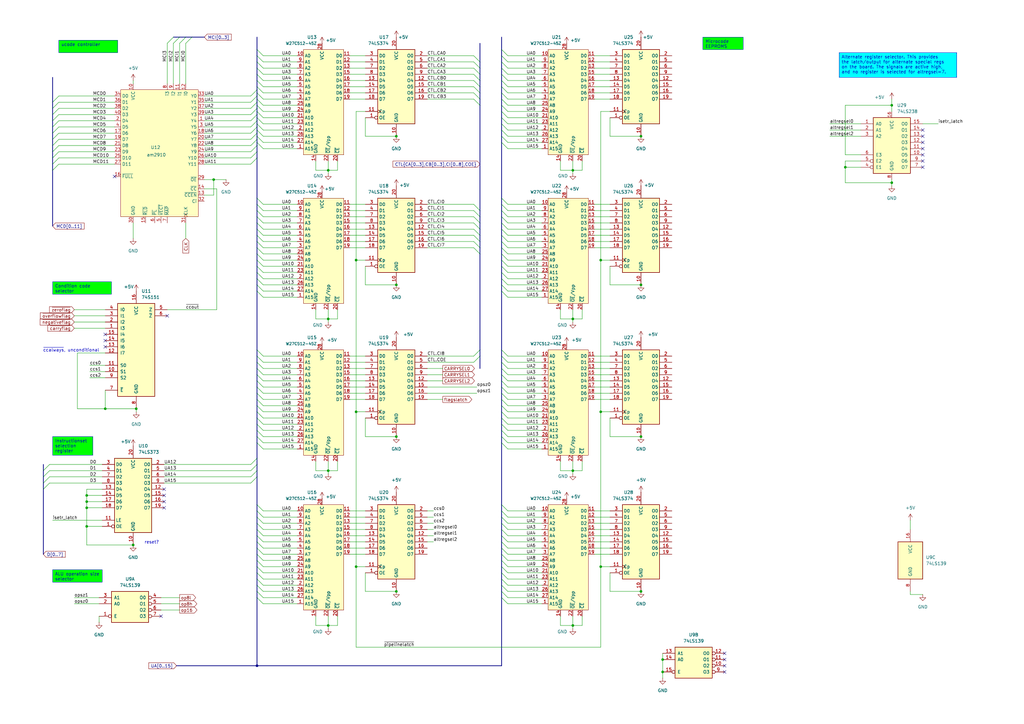
<source format=kicad_sch>
(kicad_sch (version 20250114) (generator "eeschema") (generator_version "9.0")
  (paper "A3")
  (title_block (title "Microcode store and controller") (date "2025-11-23") (company "ErrorSoft"))
  (text "reset?" (at 62.23 222.504 0) (effects (font (size 1.27 1.27))))
  (text "~{ccalways}, unconditional" (at 29.21 143.764 0) (effects (font (size 1.27 1.27))))
  (text_box "Alternate register selector. This provides\nthe latch/output for alternate special regs\non the board. The signals are active high,\nand no register is selected for altregsel=7." (at 344.17 21.59 0) (size 48.26 10.16) (margins 0.9525 0.9525 0.9525 0.9525) (fill (type color) (color 0 255 255 1)) (effects (font (size 1.27 1.27)) (justify left top)))
  (text_box "Condition code\nselector" (at 21.59 115.57 0) (size 24.13 5.08) (margins 0.9525 0.9525 0.9525 0.9525) (fill (type color) (color 0 255 0 1)) (effects (font (size 1.27 1.27)) (justify left top)))
  (text_box "Microcode\nEEPROMS" (at 288.29 15.24 0) (size 16.51 5.08) (margins 0.9525 0.9525 0.9525 0.9525) (fill (type color) (color 0 255 0 1)) (effects (font (size 1.27 1.27)) (justify left top)))
  (text_box "ALU operation size\nselector" (at 21.59 233.68 0) (size 20.32 5.08) (margins 0.9525 0.9525 0.9525 0.9525) (fill (type color) (color 0 255 0 1)) (effects (font (size 1.27 1.27)) (justify left top)))
  (text_box "ucode controller" (at 24.13 16.51 0) (size 24.13 5.08) (margins 0.9525 0.9525 0.9525 0.9525) (fill (type color) (color 0 255 0 1)) (effects (font (size 1.27 1.27)) (justify left top)))
  (text_box "Instructionset\nselection register" (at 21.59 179.07 0) (size 16.51 7.62) (margins 0.9525 0.9525 0.9525 0.9525) (fill (type color) (color 0 255 0 1)) (effects (font (size 1.27 1.27)) (justify left top)))
  (junction (at 162.56 179.07))
  (junction (at 262.89 179.07))
  (junction (at 54.61 223.52))
  (junction (at 134.62 130.81))
  (junction (at 262.89 116.84))
  (junction (at 271.78 275.59))
  (junction (at 134.62 193.04))
  (junction (at 246.38 232.41))
  (junction (at 35.56 208.28))
  (junction (at 234.95 193.04))
  (junction (at 262.89 242.57))
  (junction (at 246.38 106.68))
  (junction (at 105.41 273.05))
  (junction (at 162.56 242.57))
  (junction (at 35.56 205.74))
  (junction (at 134.62 69.85))
  (junction (at 234.95 69.85))
  (junction (at 234.95 130.81))
  (junction (at 87.63 73.66))
  (junction (at 35.56 203.2))
  (junction (at 365.76 74.93))
  (junction (at 262.89 55.88))
  (junction (at 246.38 168.91))
  (junction (at 162.56 55.88))
  (junction (at 365.76 43.18))
  (junction (at 134.62 256.54))
  (junction (at 346.71 68.58))
  (junction (at 43.18 167.64))
  (junction (at 146.05 106.68))
  (junction (at 35.56 215.9))
  (junction (at 146.05 232.41))
  (junction (at 55.88 167.64))
  (junction (at 162.56 116.84))
  (junction (at 271.78 270.51))
  (junction (at 234.95 256.54))
  (junction (at 146.05 168.91))
  (no_connect (at 378.46 58.42))
  (no_connect (at 67.31 203.2))
  (no_connect (at 297.18 275.59))
  (no_connect (at 297.18 273.05))
  (no_connect (at 378.46 63.5))
  (no_connect (at 46.99 72.39))
  (no_connect (at 378.46 60.96))
  (no_connect (at 378.46 53.34))
  (no_connect (at 43.18 139.7))
  (no_connect (at 66.04 252.73))
  (no_connect (at 67.31 205.74))
  (no_connect (at 68.58 129.54))
  (no_connect (at 297.18 270.51))
  (no_connect (at 43.18 142.24))
  (no_connect (at 43.18 137.16))
  (no_connect (at 297.18 267.97))
  (no_connect (at 67.31 208.28))
  (no_connect (at 378.46 66.04))
  (no_connect (at 67.31 200.66))
  (no_connect (at 378.46 68.58))
  (no_connect (at 378.46 55.88))
  (bus_entry (at 21.59 41.91) (size 2.54 -2.54))
  (bus_entry (at 205.74 35.56) (size 2.54 2.54))
  (bus_entry (at 105.41 59.69) (size -2.54 2.54))
  (bus_entry (at 205.74 227.33) (size 2.54 2.54))
  (bus_entry (at 21.59 44.45) (size 2.54 -2.54))
  (bus_entry (at 105.41 153.67) (size 2.54 2.54))
  (bus_entry (at 205.74 86.36) (size 2.54 2.54))
  (bus_entry (at 73.66 15.24) (size -2.54 2.54))
  (bus_entry (at 205.74 158.75) (size 2.54 2.54))
  (bus_entry (at 105.41 111.76) (size 2.54 2.54))
  (bus_entry (at 21.59 46.99) (size 2.54 -2.54))
  (bus_entry (at 105.41 49.53) (size -2.54 2.54))
  (bus_entry (at 205.74 234.95) (size 2.54 2.54))
  (bus_entry (at 205.74 22.86) (size 2.54 2.54))
  (bus_entry (at 105.41 54.61) (size -2.54 2.54))
  (bus_entry (at 205.74 45.72) (size 2.54 2.54))
  (bus_entry (at 196.85 96.52) (size -2.54 -2.54))
  (bus_entry (at 205.74 166.37) (size 2.54 2.54))
  (bus_entry (at 205.74 111.76) (size 2.54 2.54))
  (bus_entry (at 105.41 163.83) (size 2.54 2.54))
  (bus_entry (at 196.85 43.18) (size -2.54 -2.54))
  (bus_entry (at 105.41 33.02) (size 2.54 2.54))
  (bus_entry (at 105.41 240.03) (size 2.54 2.54))
  (bus_entry (at 105.41 53.34) (size 2.54 2.54))
  (bus_entry (at 196.85 38.1) (size -2.54 -2.54))
  (bus_entry (at 196.85 33.02) (size -2.54 -2.54))
  (bus_entry (at 17.78 193.04) (size 2.54 -2.54))
  (bus_entry (at 205.74 55.88) (size 2.54 2.54))
  (bus_entry (at 205.74 93.98) (size 2.54 2.54))
  (bus_entry (at 105.41 166.37) (size 2.54 2.54))
  (bus_entry (at 205.74 40.64) (size 2.54 2.54))
  (bus_entry (at 21.59 64.77) (size 2.54 -2.54))
  (bus_entry (at 105.41 181.61) (size 2.54 2.54))
  (bus_entry (at 205.74 237.49) (size 2.54 2.54))
  (bus_entry (at 105.41 25.4) (size 2.54 2.54))
  (bus_entry (at 105.41 114.3) (size 2.54 2.54))
  (bus_entry (at 105.41 229.87) (size 2.54 2.54))
  (bus_entry (at 205.74 171.45) (size 2.54 2.54))
  (bus_entry (at 205.74 168.91) (size 2.54 2.54))
  (bus_entry (at 105.41 43.18) (size 2.54 2.54))
  (bus_entry (at 205.74 81.28) (size 2.54 2.54))
  (bus_entry (at 105.41 22.86) (size 2.54 2.54))
  (bus_entry (at 205.74 242.57) (size 2.54 2.54))
  (bus_entry (at 21.59 59.69) (size 2.54 -2.54))
  (bus_entry (at 205.74 222.25) (size 2.54 2.54))
  (bus_entry (at 21.59 52.07) (size 2.54 -2.54))
  (bus_entry (at 105.41 148.59) (size 2.54 2.54))
  (bus_entry (at 205.74 240.03) (size 2.54 2.54))
  (bus_entry (at 196.85 88.9) (size -2.54 -2.54))
  (bus_entry (at 205.74 33.02) (size 2.54 2.54))
  (bus_entry (at 105.41 83.82) (size 2.54 2.54))
  (bus_entry (at 105.41 214.63) (size 2.54 2.54))
  (bus_entry (at 17.78 195.58) (size 2.54 -2.54))
  (bus_entry (at 196.85 91.44) (size -2.54 -2.54))
  (bus_entry (at 205.74 91.44) (size 2.54 2.54))
  (bus_entry (at 205.74 245.11) (size 2.54 2.54))
  (bus_entry (at 205.74 109.22) (size 2.54 2.54))
  (bus_entry (at 205.74 43.18) (size 2.54 2.54))
  (bus_entry (at 105.41 224.79) (size 2.54 2.54))
  (bus_entry (at 205.74 114.3) (size 2.54 2.54))
  (bus_entry (at 205.74 156.21) (size 2.54 2.54))
  (bus_entry (at 205.74 151.13) (size 2.54 2.54))
  (bus_entry (at 205.74 217.17) (size 2.54 2.54))
  (bus_entry (at 205.74 20.32) (size 2.54 2.54))
  (bus_entry (at 105.41 156.21) (size 2.54 2.54))
  (bus_entry (at 105.41 219.71) (size 2.54 2.54))
  (bus_entry (at 105.41 161.29) (size 2.54 2.54))
  (bus_entry (at 205.74 104.14) (size 2.54 2.54))
  (bus_entry (at 205.74 163.83) (size 2.54 2.54))
  (bus_entry (at 205.74 146.05) (size 2.54 2.54))
  (bus_entry (at 105.41 96.52) (size 2.54 2.54))
  (bus_entry (at 196.85 27.94) (size -2.54 -2.54))
  (bus_entry (at 105.41 88.9) (size 2.54 2.54))
  (bus_entry (at 105.41 212.09) (size 2.54 2.54))
  (bus_entry (at 21.59 62.23) (size 2.54 -2.54))
  (bus_entry (at 205.74 212.09) (size 2.54 2.54))
  (bus_entry (at 196.85 93.98) (size -2.54 -2.54))
  (bus_entry (at 105.41 39.37) (size -2.54 2.54))
  (bus_entry (at 205.74 153.67) (size 2.54 2.54))
  (bus_entry (at 205.74 161.29) (size 2.54 2.54))
  (bus_entry (at 205.74 116.84) (size 2.54 2.54))
  (bus_entry (at 105.41 41.91) (size -2.54 2.54))
  (bus_entry (at 205.74 176.53) (size 2.54 2.54))
  (bus_entry (at 78.74 15.24) (size -2.54 2.54))
  (bus_entry (at 105.41 50.8) (size 2.54 2.54))
  (bus_entry (at 105.41 245.11) (size 2.54 2.54))
  (bus_entry (at 105.41 99.06) (size 2.54 2.54))
  (bus_entry (at 205.74 96.52) (size 2.54 2.54))
  (bus_entry (at 105.41 81.28) (size 2.54 2.54))
  (bus_entry (at 21.59 69.85) (size 2.54 -2.54))
  (bus_entry (at 196.85 101.6) (size -2.54 -2.54))
  (bus_entry (at 105.41 171.45) (size 2.54 2.54))
  (bus_entry (at 105.41 227.33) (size 2.54 2.54))
  (bus_entry (at 105.41 93.98) (size 2.54 2.54))
  (bus_entry (at 196.85 99.06) (size -2.54 -2.54))
  (bus_entry (at 105.41 104.14) (size 2.54 2.54))
  (bus_entry (at 196.85 35.56) (size -2.54 -2.54))
  (bus_entry (at 105.41 237.49) (size 2.54 2.54))
  (bus_entry (at 196.85 143.51) (size -2.54 2.54))
  (bus_entry (at 105.41 101.6) (size 2.54 2.54))
  (bus_entry (at 21.59 57.15) (size 2.54 -2.54))
  (bus_entry (at 105.41 207.01) (size 2.54 2.54))
  (bus_entry (at 105.41 146.05) (size 2.54 2.54))
  (bus_entry (at 205.74 30.48) (size 2.54 2.54))
  (bus_entry (at 196.85 30.48) (size -2.54 -2.54))
  (bus_entry (at 105.41 48.26) (size 2.54 2.54))
  (bus_entry (at 17.78 200.66) (size 2.54 -2.54))
  (bus_entry (at 205.74 83.82) (size 2.54 2.54))
  (bus_entry (at 105.41 62.23) (size -2.54 2.54))
  (bus_entry (at 205.74 181.61) (size 2.54 2.54))
  (bus_entry (at 105.41 234.95) (size 2.54 2.54))
  (bus_entry (at 105.41 55.88) (size 2.54 2.54))
  (bus_entry (at 105.41 46.99) (size -2.54 2.54))
  (bus_entry (at 105.41 30.48) (size 2.54 2.54))
  (bus_entry (at 17.78 198.12) (size 2.54 -2.54))
  (bus_entry (at 205.74 173.99) (size 2.54 2.54))
  (bus_entry (at 105.41 222.25) (size 2.54 2.54))
  (bus_entry (at 105.41 35.56) (size 2.54 2.54))
  (bus_entry (at 105.41 36.83) (size -2.54 2.54))
  (bus_entry (at 105.41 52.07) (size -2.54 2.54))
  (bus_entry (at 76.2 15.24) (size -2.54 2.54))
  (bus_entry (at 205.74 53.34) (size 2.54 2.54))
  (bus_entry (at 205.74 25.4) (size 2.54 2.54))
  (bus_entry (at 205.74 229.87) (size 2.54 2.54))
  (bus_entry (at 205.74 148.59) (size 2.54 2.54))
  (bus_entry (at 205.74 143.51) (size 2.54 2.54))
  (bus_entry (at 205.74 209.55) (size 2.54 2.54))
  (bus_entry (at 105.41 20.32) (size 2.54 2.54))
  (bus_entry (at 196.85 40.64) (size -2.54 -2.54))
  (bus_entry (at 196.85 86.36) (size -2.54 -2.54))
  (bus_entry (at 71.12 15.24) (size -2.54 2.54))
  (bus_entry (at 105.41 179.07) (size 2.54 2.54))
  (bus_entry (at 105.41 44.45) (size -2.54 2.54))
  (bus_entry (at 105.41 187.96) (size -2.54 2.54))
  (bus_entry (at 21.59 49.53) (size 2.54 -2.54))
  (bus_entry (at 205.74 58.42) (size 2.54 2.54))
  (bus_entry (at 105.41 143.51) (size 2.54 2.54))
  (bus_entry (at 105.41 57.15) (size -2.54 2.54))
  (bus_entry (at 105.41 168.91) (size 2.54 2.54))
  (bus_entry (at 105.41 195.58) (size -2.54 2.54))
  (bus_entry (at 105.41 242.57) (size 2.54 2.54))
  (bus_entry (at 105.41 86.36) (size 2.54 2.54))
  (bus_entry (at 205.74 101.6) (size 2.54 2.54))
  (bus_entry (at 105.41 27.94) (size 2.54 2.54))
  (bus_entry (at 105.41 58.42) (size 2.54 2.54))
  (bus_entry (at 105.41 119.38) (size 2.54 2.54))
  (bus_entry (at 105.41 40.64) (size 2.54 2.54))
  (bus_entry (at 105.41 64.77) (size -2.54 2.54))
  (bus_entry (at 105.41 158.75) (size 2.54 2.54))
  (bus_entry (at 105.41 151.13) (size 2.54 2.54))
  (bus_entry (at 196.85 146.05) (size -2.54 2.54))
  (bus_entry (at 205.74 179.07) (size 2.54 2.54))
  (bus_entry (at 196.85 104.14) (size -2.54 -2.54))
  (bus_entry (at 205.74 232.41) (size 2.54 2.54))
  (bus_entry (at 196.85 25.4) (size -2.54 -2.54))
  (bus_entry (at 105.41 173.99) (size 2.54 2.54))
  (bus_entry (at 105.41 109.22) (size 2.54 2.54))
  (bus_entry (at 105.41 45.72) (size 2.54 2.54))
  (bus_entry (at 105.41 190.5) (size -2.54 2.54))
  (bus_entry (at 205.74 99.06) (size 2.54 2.54))
  (bus_entry (at 105.41 106.68) (size 2.54 2.54))
  (bus_entry (at 205.74 48.26) (size 2.54 2.54))
  (bus_entry (at 205.74 106.68) (size 2.54 2.54))
  (bus_entry (at 21.59 67.31) (size 2.54 -2.54))
  (bus_entry (at 205.74 119.38) (size 2.54 2.54))
  (bus_entry (at 105.41 209.55) (size 2.54 2.54))
  (bus_entry (at 105.41 193.04) (size -2.54 2.54))
  (bus_entry (at 105.41 116.84) (size 2.54 2.54))
  (bus_entry (at 105.41 176.53) (size 2.54 2.54))
  (bus_entry (at 105.41 38.1) (size 2.54 2.54))
  (bus_entry (at 105.41 232.41) (size 2.54 2.54))
  (bus_entry (at 205.74 27.94) (size 2.54 2.54))
  (bus_entry (at 205.74 38.1) (size 2.54 2.54))
  (bus_entry (at 105.41 91.44) (size 2.54 2.54))
  (bus_entry (at 205.74 214.63) (size 2.54 2.54))
  (bus_entry (at 21.59 54.61) (size 2.54 -2.54))
  (bus_entry (at 205.74 224.79) (size 2.54 2.54))
  (bus_entry (at 205.74 207.01) (size 2.54 2.54))
  (bus_entry (at 105.41 217.17) (size 2.54 2.54))
  (bus_entry (at 205.74 219.71) (size 2.54 2.54))
  (bus_entry (at 205.74 50.8) (size 2.54 2.54))
  (bus_entry (at 205.74 88.9) (size 2.54 2.54))
  (bus (pts (xy 205.74 93.98) (xy 205.74 96.52)))
  (wire (pts (xy 208.28 166.37) (xy 222.25 166.37)))
  (wire (pts (xy 373.38 243.84) (xy 378.46 243.84)))
  (bus (pts (xy 205.74 55.88) (xy 205.74 58.42)))
  (bus (pts (xy 205.74 161.29) (xy 205.74 163.83)))
  (wire (pts (xy 246.38 232.41) (xy 246.38 265.43)))
  (wire (pts (xy 229.87 193.04) (xy 234.95 193.04)))
  (wire (pts (xy 138.43 256.54) (xy 134.62 256.54)))
  (bus (pts (xy 105.41 173.99) (xy 105.41 176.53)))
  (wire (pts (xy 175.26 96.52) (xy 194.31 96.52)))
  (bus (pts (xy 196.85 40.64) (xy 196.85 43.18)))
  (wire (pts (xy 76.2 91.44) (xy 76.2 97.79)))
  (bus (pts (xy 105.41 27.94) (xy 105.41 30.48)))
  (bus (pts (xy 105.41 62.23) (xy 105.41 64.77)))
  (wire (pts (xy 175.26 88.9) (xy 194.31 88.9)))
  (wire (pts (xy 175.26 156.21) (xy 181.61 156.21)))
  (wire (pts (xy 175.26 214.63) (xy 177.8 214.63)))
  (bus (pts (xy 205.74 88.9) (xy 205.74 91.44)))
  (wire (pts (xy 208.28 217.17) (xy 222.25 217.17)))
  (wire (pts (xy 76.2 17.78) (xy 76.2 34.29)))
  (bus (pts (xy 196.85 35.56) (xy 196.85 38.1)))
  (wire (pts (xy 107.95 229.87) (xy 121.92 229.87)))
  (wire (pts (xy 143.51 214.63) (xy 149.86 214.63)))
  (bus (pts (xy 196.85 38.1) (xy 196.85 40.64)))
  (bus (pts (xy 105.41 48.26) (xy 105.41 49.53)))
  (wire (pts (xy 107.95 114.3) (xy 121.92 114.3)))
  (bus (pts (xy 205.74 173.99) (xy 205.74 176.53)))
  (bus (pts (xy 205.74 217.17) (xy 205.74 219.71)))
  (wire (pts (xy 250.19 55.88) (xy 262.89 55.88)))
  (wire (pts (xy 107.95 173.99) (xy 121.92 173.99)))
  (wire (pts (xy 243.84 212.09) (xy 250.19 212.09)))
  (bus (pts (xy 196.85 96.52) (xy 196.85 99.06)))
  (wire (pts (xy 138.43 189.23) (xy 138.43 193.04)))
  (wire (pts (xy 378.46 50.8) (xy 384.81 50.8)))
  (bus (pts (xy 105.41 146.05) (xy 105.41 148.59)))
  (wire (pts (xy 250.19 109.22) (xy 250.19 116.84)))
  (wire (pts (xy 175.26 209.55) (xy 177.8 209.55)))
  (wire (pts (xy 21.59 213.36) (xy 41.91 213.36)))
  (bus (pts (xy 21.59 69.85) (xy 21.59 92.71)))
  (wire (pts (xy 43.18 160.02) (xy 43.18 167.64)))
  (wire (pts (xy 234.95 130.81) (xy 234.95 132.08)))
  (bus (pts (xy 205.74 111.76) (xy 205.74 114.3)))
  (bus (pts (xy 205.74 101.6) (xy 205.74 104.14)))
  (wire (pts (xy 346.71 66.04) (xy 346.71 68.58)))
  (wire (pts (xy 107.95 101.6) (xy 121.92 101.6)))
  (wire (pts (xy 143.51 227.33) (xy 149.86 227.33)))
  (bus (pts (xy 105.41 54.61) (xy 105.41 55.88)))
  (wire (pts (xy 175.26 27.94) (xy 194.31 27.94)))
  (bus (pts (xy 205.74 171.45) (xy 205.74 173.99)))
  (wire (pts (xy 83.82 46.99) (xy 102.87 46.99)))
  (bus (pts (xy 21.59 31.75) (xy 21.59 41.91)))
  (bus (pts (xy 105.41 273.05) (xy 205.74 273.05)))
  (wire (pts (xy 229.87 127) (xy 229.87 130.81)))
  (bus (pts (xy 205.74 232.41) (xy 205.74 234.95)))
  (wire (pts (xy 175.26 40.64) (xy 194.31 40.64)))
  (wire (pts (xy 373.38 213.36) (xy 373.38 217.17)))
  (bus (pts (xy 205.74 237.49) (xy 205.74 240.03)))
  (wire (pts (xy 24.13 57.15) (xy 46.99 57.15)))
  (bus (pts (xy 205.74 156.21) (xy 205.74 158.75)))
  (wire (pts (xy 107.95 224.79) (xy 121.92 224.79)))
  (wire (pts (xy 208.28 247.65) (xy 222.25 247.65)))
  (wire (pts (xy 107.95 234.95) (xy 121.92 234.95)))
  (wire (pts (xy 73.66 247.65) (xy 66.04 247.65)))
  (wire (pts (xy 208.28 148.59) (xy 222.25 148.59)))
  (wire (pts (xy 365.76 43.18) (xy 365.76 45.72)))
  (bus (pts (xy 196.85 88.9) (xy 196.85 91.44)))
  (wire (pts (xy 175.26 158.75) (xy 195.58 158.75)))
  (wire (pts (xy 246.38 265.43) (xy 146.05 265.43)))
  (wire (pts (xy 208.28 86.36) (xy 222.25 86.36)))
  (bus (pts (xy 105.41 101.6) (xy 105.41 104.14)))
  (wire (pts (xy 107.95 60.96) (xy 121.92 60.96)))
  (wire (pts (xy 340.36 53.34) (xy 353.06 53.34)))
  (wire (pts (xy 83.82 80.01) (xy 87.63 80.01)))
  (wire (pts (xy 143.51 158.75) (xy 149.86 158.75)))
  (wire (pts (xy 143.51 151.13) (xy 149.86 151.13)))
  (bus (pts (xy 71.12 15.24) (xy 73.66 15.24)))
  (bus (pts (xy 105.41 179.07) (xy 105.41 181.61)))
  (wire (pts (xy 208.28 83.82) (xy 222.25 83.82)))
  (bus (pts (xy 105.41 245.11) (xy 105.41 273.05)))
  (wire (pts (xy 36.83 152.4) (xy 43.18 152.4)))
  (wire (pts (xy 238.76 127) (xy 238.76 130.81)))
  (wire (pts (xy 271.78 270.51) (xy 271.78 275.59)))
  (wire (pts (xy 208.28 240.03) (xy 222.25 240.03)))
  (wire (pts (xy 208.28 156.21) (xy 222.25 156.21)))
  (bus (pts (xy 76.2 15.24) (xy 78.74 15.24)))
  (wire (pts (xy 146.05 106.68) (xy 146.05 168.91)))
  (wire (pts (xy 143.51 88.9) (xy 149.86 88.9)))
  (wire (pts (xy 208.28 53.34) (xy 222.25 53.34)))
  (wire (pts (xy 107.95 45.72) (xy 121.92 45.72)))
  (bus (pts (xy 105.41 237.49) (xy 105.41 240.03)))
  (wire (pts (xy 83.82 67.31) (xy 102.87 67.31)))
  (wire (pts (xy 24.13 49.53) (xy 46.99 49.53)))
  (wire (pts (xy 83.82 41.91) (xy 102.87 41.91)))
  (wire (pts (xy 208.28 158.75) (xy 222.25 158.75)))
  (wire (pts (xy 208.28 38.1) (xy 222.25 38.1)))
  (bus (pts (xy 105.41 114.3) (xy 105.41 116.84)))
  (wire (pts (xy 243.84 35.56) (xy 250.19 35.56)))
  (wire (pts (xy 243.84 222.25) (xy 250.19 222.25)))
  (bus (pts (xy 17.78 200.66) (xy 17.78 227.33)))
  (wire (pts (xy 175.26 25.4) (xy 194.31 25.4)))
  (wire (pts (xy 143.51 148.59) (xy 149.86 148.59)))
  (wire (pts (xy 24.13 62.23) (xy 46.99 62.23)))
  (wire (pts (xy 149.86 55.88) (xy 162.56 55.88)))
  (wire (pts (xy 149.86 171.45) (xy 149.86 179.07)))
  (wire (pts (xy 67.31 195.58) (xy 102.87 195.58)))
  (wire (pts (xy 107.95 119.38) (xy 121.92 119.38)))
  (bus (pts (xy 105.41 240.03) (xy 105.41 242.57)))
  (wire (pts (xy 208.28 58.42) (xy 222.25 58.42)))
  (wire (pts (xy 208.28 176.53) (xy 222.25 176.53)))
  (wire (pts (xy 88.9 127) (xy 88.9 77.47)))
  (wire (pts (xy 208.28 184.15) (xy 222.25 184.15)))
  (wire (pts (xy 107.95 86.36) (xy 121.92 86.36)))
  (wire (pts (xy 149.86 109.22) (xy 149.86 116.84)))
  (wire (pts (xy 229.87 130.81) (xy 234.95 130.81)))
  (wire (pts (xy 30.48 129.54) (xy 43.18 129.54)))
  (bus (pts (xy 205.74 151.13) (xy 205.74 153.67)))
  (wire (pts (xy 107.95 247.65) (xy 121.92 247.65)))
  (wire (pts (xy 107.95 40.64) (xy 121.92 40.64)))
  (wire (pts (xy 129.54 69.85) (xy 134.62 69.85)))
  (wire (pts (xy 107.95 168.91) (xy 121.92 168.91)))
  (bus (pts (xy 105.41 49.53) (xy 105.41 50.8)))
  (wire (pts (xy 208.28 33.02) (xy 222.25 33.02)))
  (wire (pts (xy 208.28 40.64) (xy 222.25 40.64)))
  (bus (pts (xy 205.74 106.68) (xy 205.74 109.22)))
  (wire (pts (xy 24.13 64.77) (xy 46.99 64.77)))
  (wire (pts (xy 238.76 252.73) (xy 238.76 256.54)))
  (bus (pts (xy 205.74 104.14) (xy 205.74 106.68)))
  (wire (pts (xy 24.13 67.31) (xy 46.99 67.31)))
  (wire (pts (xy 143.51 99.06) (xy 149.86 99.06)))
  (wire (pts (xy 208.28 22.86) (xy 222.25 22.86)))
  (wire (pts (xy 175.26 163.83) (xy 181.61 163.83)))
  (bus (pts (xy 105.41 190.5) (xy 105.41 193.04)))
  (wire (pts (xy 83.82 49.53) (xy 102.87 49.53)))
  (wire (pts (xy 243.84 30.48) (xy 250.19 30.48)))
  (bus (pts (xy 205.74 166.37) (xy 205.74 168.91)))
  (wire (pts (xy 107.95 111.76) (xy 121.92 111.76)))
  (wire (pts (xy 143.51 38.1) (xy 149.86 38.1)))
  (wire (pts (xy 175.26 146.05) (xy 194.31 146.05)))
  (bus (pts (xy 105.41 39.37) (xy 105.41 40.64)))
  (wire (pts (xy 107.95 163.83) (xy 121.92 163.83)))
  (bus (pts (xy 205.74 22.86) (xy 205.74 25.4)))
  (wire (pts (xy 208.28 50.8) (xy 222.25 50.8)))
  (wire (pts (xy 107.95 179.07) (xy 121.92 179.07)))
  (bus (pts (xy 196.85 91.44) (xy 196.85 93.98)))
  (bus (pts (xy 205.74 168.91) (xy 205.74 171.45)))
  (bus (pts (xy 105.41 88.9) (xy 105.41 91.44)))
  (bus (pts (xy 105.41 151.13) (xy 105.41 153.67)))
  (bus (pts (xy 105.41 166.37) (xy 105.41 168.91)))
  (wire (pts (xy 35.56 205.74) (xy 35.56 208.28)))
  (bus (pts (xy 196.85 43.18) (xy 196.85 86.36)))
  (bus (pts (xy 205.74 234.95) (xy 205.74 237.49)))
  (bus (pts (xy 205.74 214.63) (xy 205.74 217.17)))
  (wire (pts (xy 243.84 158.75) (xy 250.19 158.75)))
  (bus (pts (xy 196.85 25.4) (xy 196.85 27.94)))
  (wire (pts (xy 243.84 27.94) (xy 250.19 27.94)))
  (wire (pts (xy 208.28 224.79) (xy 222.25 224.79)))
  (bus (pts (xy 21.59 54.61) (xy 21.59 57.15)))
  (wire (pts (xy 243.84 224.79) (xy 250.19 224.79)))
  (wire (pts (xy 24.13 52.07) (xy 46.99 52.07)))
  (bus (pts (xy 105.41 33.02) (xy 105.41 35.56)))
  (wire (pts (xy 138.43 127) (xy 138.43 130.81)))
  (wire (pts (xy 243.84 209.55) (xy 250.19 209.55)))
  (wire (pts (xy 175.26 219.71) (xy 177.8 219.71)))
  (bus (pts (xy 205.74 245.11) (xy 205.74 273.05)))
  (wire (pts (xy 143.51 101.6) (xy 149.86 101.6)))
  (wire (pts (xy 35.56 223.52) (xy 54.61 223.52)))
  (bus (pts (xy 105.41 193.04) (xy 105.41 195.58)))
  (bus (pts (xy 105.41 52.07) (xy 105.41 53.34)))
  (wire (pts (xy 208.28 106.68) (xy 222.25 106.68)))
  (wire (pts (xy 83.82 57.15) (xy 102.87 57.15)))
  (wire (pts (xy 129.54 66.04) (xy 129.54 69.85)))
  (wire (pts (xy 208.28 109.22) (xy 222.25 109.22)))
  (bus (pts (xy 105.41 242.57) (xy 105.41 245.11)))
  (wire (pts (xy 208.28 219.71) (xy 222.25 219.71)))
  (wire (pts (xy 107.95 209.55) (xy 121.92 209.55)))
  (wire (pts (xy 208.28 27.94) (xy 222.25 27.94)))
  (wire (pts (xy 208.28 229.87) (xy 222.25 229.87)))
  (wire (pts (xy 43.18 167.64) (xy 55.88 167.64)))
  (wire (pts (xy 83.82 52.07) (xy 102.87 52.07)))
  (wire (pts (xy 243.84 101.6) (xy 250.19 101.6)))
  (bus (pts (xy 105.41 176.53) (xy 105.41 179.07)))
  (wire (pts (xy 35.56 208.28) (xy 41.91 208.28)))
  (wire (pts (xy 234.95 66.04) (xy 234.95 69.85)))
  (wire (pts (xy 107.95 38.1) (xy 121.92 38.1)))
  (wire (pts (xy 143.51 30.48) (xy 149.86 30.48)))
  (bus (pts (xy 196.85 93.98) (xy 196.85 96.52)))
  (wire (pts (xy 208.28 212.09) (xy 222.25 212.09)))
  (wire (pts (xy 83.82 64.77) (xy 102.87 64.77)))
  (wire (pts (xy 143.51 27.94) (xy 149.86 27.94)))
  (bus (pts (xy 105.41 234.95) (xy 105.41 237.49)))
  (wire (pts (xy 175.26 212.09) (xy 177.8 212.09)))
  (wire (pts (xy 107.95 181.61) (xy 121.92 181.61)))
  (wire (pts (xy 246.38 106.68) (xy 250.19 106.68)))
  (wire (pts (xy 55.88 168.91) (xy 55.88 167.64)))
  (wire (pts (xy 143.51 161.29) (xy 149.86 161.29)))
  (bus (pts (xy 196.85 17.78) (xy 196.85 25.4)))
  (bus (pts (xy 105.41 158.75) (xy 105.41 161.29)))
  (wire (pts (xy 175.26 151.13) (xy 181.61 151.13)))
  (wire (pts (xy 143.51 33.02) (xy 149.86 33.02)))
  (wire (pts (xy 208.28 114.3) (xy 222.25 114.3)))
  (wire (pts (xy 20.32 195.58) (xy 41.91 195.58)))
  (wire (pts (xy 175.26 22.86) (xy 194.31 22.86)))
  (bus (pts (xy 205.74 35.56) (xy 205.74 38.1)))
  (bus (pts (xy 205.74 38.1) (xy 205.74 40.64)))
  (wire (pts (xy 134.62 252.73) (xy 134.62 256.54)))
  (wire (pts (xy 208.28 55.88) (xy 222.25 55.88)))
  (wire (pts (xy 107.95 158.75) (xy 121.92 158.75)))
  (wire (pts (xy 175.26 86.36) (xy 194.31 86.36)))
  (bus (pts (xy 17.78 195.58) (xy 17.78 198.12)))
  (wire (pts (xy 340.36 50.8) (xy 353.06 50.8)))
  (bus (pts (xy 105.41 64.77) (xy 105.41 81.28)))
  (bus (pts (xy 105.41 58.42) (xy 105.41 59.69)))
  (bus (pts (xy 205.74 219.71) (xy 205.74 222.25)))
  (wire (pts (xy 87.63 80.01) (xy 87.63 73.66)))
  (bus (pts (xy 205.74 207.01) (xy 205.74 209.55)))
  (wire (pts (xy 238.76 130.81) (xy 234.95 130.81)))
  (wire (pts (xy 208.28 232.41) (xy 222.25 232.41)))
  (wire (pts (xy 107.95 222.25) (xy 121.92 222.25)))
  (wire (pts (xy 107.95 245.11) (xy 121.92 245.11)))
  (wire (pts (xy 146.05 168.91) (xy 149.86 168.91)))
  (bus (pts (xy 105.41 143.51) (xy 105.41 146.05)))
  (wire (pts (xy 107.95 30.48) (xy 121.92 30.48)))
  (wire (pts (xy 143.51 212.09) (xy 149.86 212.09)))
  (wire (pts (xy 243.84 148.59) (xy 250.19 148.59)))
  (wire (pts (xy 175.26 35.56) (xy 194.31 35.56)))
  (wire (pts (xy 243.84 83.82) (xy 250.19 83.82)))
  (wire (pts (xy 208.28 214.63) (xy 222.25 214.63)))
  (wire (pts (xy 83.82 44.45) (xy 102.87 44.45)))
  (bus (pts (xy 105.41 35.56) (xy 105.41 36.83)))
  (bus (pts (xy 205.74 224.79) (xy 205.74 227.33)))
  (bus (pts (xy 205.74 15.24) (xy 205.74 20.32)))
  (wire (pts (xy 36.83 149.86) (xy 43.18 149.86)))
  (bus (pts (xy 105.41 99.06) (xy 105.41 101.6)))
  (bus (pts (xy 21.59 64.77) (xy 21.59 67.31)))
  (wire (pts (xy 243.84 156.21) (xy 250.19 156.21)))
  (bus (pts (xy 105.41 229.87) (xy 105.41 232.41)))
  (wire (pts (xy 107.95 146.05) (xy 121.92 146.05)))
  (wire (pts (xy 234.95 256.54) (xy 234.95 257.81)))
  (wire (pts (xy 107.95 151.13) (xy 121.92 151.13)))
  (wire (pts (xy 107.95 53.34) (xy 121.92 53.34)))
  (bus (pts (xy 105.41 30.48) (xy 105.41 33.02)))
  (bus (pts (xy 105.41 41.91) (xy 105.41 43.18)))
  (wire (pts (xy 208.28 121.92) (xy 222.25 121.92)))
  (wire (pts (xy 35.56 200.66) (xy 35.56 203.2)))
  (wire (pts (xy 146.05 232.41) (xy 149.86 232.41)))
  (bus (pts (xy 105.41 59.69) (xy 105.41 62.23)))
  (wire (pts (xy 143.51 35.56) (xy 149.86 35.56)))
  (wire (pts (xy 243.84 227.33) (xy 250.19 227.33)))
  (wire (pts (xy 208.28 222.25) (xy 222.25 222.25)))
  (bus (pts (xy 105.41 224.79) (xy 105.41 227.33)))
  (wire (pts (xy 365.76 76.2) (xy 365.76 74.93)))
  (wire (pts (xy 246.38 168.91) (xy 246.38 232.41)))
  (wire (pts (xy 243.84 96.52) (xy 250.19 96.52)))
  (bus (pts (xy 78.74 15.24) (xy 83.82 15.24)))
  (bus (pts (xy 205.74 48.26) (xy 205.74 50.8)))
  (wire (pts (xy 107.95 96.52) (xy 121.92 96.52)))
  (bus (pts (xy 205.74 119.38) (xy 205.74 143.51)))
  (wire (pts (xy 107.95 116.84) (xy 121.92 116.84)))
  (wire (pts (xy 138.43 193.04) (xy 134.62 193.04)))
  (bus (pts (xy 205.74 99.06) (xy 205.74 101.6)))
  (wire (pts (xy 67.31 193.04) (xy 102.87 193.04)))
  (wire (pts (xy 149.86 242.57) (xy 162.56 242.57)))
  (wire (pts (xy 31.75 144.78) (xy 31.75 167.64)))
  (wire (pts (xy 353.06 66.04) (xy 346.71 66.04)))
  (wire (pts (xy 234.95 69.85) (xy 234.95 71.12)))
  (wire (pts (xy 175.26 222.25) (xy 177.8 222.25)))
  (wire (pts (xy 68.58 17.78) (xy 68.58 34.29)))
  (bus (pts (xy 105.41 91.44) (xy 105.41 93.98)))
  (wire (pts (xy 134.62 256.54) (xy 134.62 257.81)))
  (bus (pts (xy 105.41 44.45) (xy 105.41 45.72)))
  (wire (pts (xy 175.26 217.17) (xy 177.8 217.17)))
  (bus (pts (xy 196.85 30.48) (xy 196.85 33.02)))
  (wire (pts (xy 250.19 171.45) (xy 250.19 179.07)))
  (wire (pts (xy 129.54 256.54) (xy 134.62 256.54)))
  (bus (pts (xy 205.74 163.83) (xy 205.74 166.37)))
  (bus (pts (xy 105.41 106.68) (xy 105.41 109.22)))
  (bus (pts (xy 196.85 99.06) (xy 196.85 101.6)))
  (bus (pts (xy 196.85 146.05) (xy 196.85 151.13)))
  (wire (pts (xy 346.71 63.5) (xy 346.71 43.18)))
  (wire (pts (xy 149.86 116.84) (xy 162.56 116.84)))
  (wire (pts (xy 107.95 88.9) (xy 121.92 88.9)))
  (bus (pts (xy 105.41 273.05) (xy 72.39 273.05)))
  (wire (pts (xy 246.38 45.72) (xy 246.38 106.68)))
  (wire (pts (xy 138.43 66.04) (xy 138.43 69.85)))
  (bus (pts (xy 105.41 181.61) (xy 105.41 187.96)))
  (bus (pts (xy 105.41 38.1) (xy 105.41 39.37)))
  (bus (pts (xy 205.74 27.94) (xy 205.74 30.48)))
  (wire (pts (xy 208.28 209.55) (xy 222.25 209.55)))
  (wire (pts (xy 129.54 193.04) (xy 134.62 193.04)))
  (wire (pts (xy 30.48 134.62) (xy 43.18 134.62)))
  (wire (pts (xy 175.26 30.48) (xy 194.31 30.48)))
  (bus (pts (xy 105.41 116.84) (xy 105.41 119.38)))
  (wire (pts (xy 107.95 109.22) (xy 121.92 109.22)))
  (wire (pts (xy 35.56 203.2) (xy 35.56 205.74)))
  (wire (pts (xy 234.95 193.04) (xy 234.95 194.31)))
  (wire (pts (xy 208.28 30.48) (xy 222.25 30.48)))
  (wire (pts (xy 149.86 45.72) (xy 146.05 45.72)))
  (wire (pts (xy 143.51 224.79) (xy 149.86 224.79)))
  (wire (pts (xy 107.95 232.41) (xy 121.92 232.41)))
  (bus (pts (xy 105.41 214.63) (xy 105.41 217.17)))
  (wire (pts (xy 208.28 151.13) (xy 222.25 151.13)))
  (bus (pts (xy 205.74 114.3) (xy 205.74 116.84)))
  (wire (pts (xy 107.95 43.18) (xy 121.92 43.18)))
  (bus (pts (xy 21.59 46.99) (xy 21.59 49.53)))
  (wire (pts (xy 229.87 69.85) (xy 234.95 69.85)))
  (bus (pts (xy 205.74 181.61) (xy 205.74 207.01)))
  (wire (pts (xy 353.06 63.5) (xy 346.71 63.5)))
  (wire (pts (xy 229.87 256.54) (xy 234.95 256.54)))
  (wire (pts (xy 54.61 91.44) (xy 54.61 97.79)))
  (wire (pts (xy 107.95 104.14) (xy 121.92 104.14)))
  (wire (pts (xy 208.28 96.52) (xy 222.25 96.52)))
  (bus (pts (xy 205.74 86.36) (xy 205.74 88.9)))
  (wire (pts (xy 138.43 252.73) (xy 138.43 256.54)))
  (wire (pts (xy 208.28 111.76) (xy 222.25 111.76)))
  (wire (pts (xy 73.66 245.11) (xy 66.04 245.11)))
  (wire (pts (xy 208.28 93.98) (xy 222.25 93.98)))
  (bus (pts (xy 205.74 209.55) (xy 205.74 212.09)))
  (wire (pts (xy 143.51 219.71) (xy 149.86 219.71)))
  (wire (pts (xy 143.51 217.17) (xy 149.86 217.17)))
  (wire (pts (xy 107.95 212.09) (xy 121.92 212.09)))
  (wire (pts (xy 208.28 116.84) (xy 222.25 116.84)))
  (wire (pts (xy 107.95 35.56) (xy 121.92 35.56)))
  (wire (pts (xy 73.66 17.78) (xy 73.66 34.29)))
  (wire (pts (xy 107.95 156.21) (xy 121.92 156.21)))
  (wire (pts (xy 134.62 69.85) (xy 134.62 71.12)))
  (wire (pts (xy 365.76 74.93) (xy 365.76 73.66)))
  (wire (pts (xy 208.28 119.38) (xy 222.25 119.38)))
  (bus (pts (xy 205.74 212.09) (xy 205.74 214.63)))
  (wire (pts (xy 208.28 242.57) (xy 222.25 242.57)))
  (wire (pts (xy 208.28 60.96) (xy 222.25 60.96)))
  (wire (pts (xy 83.82 62.23) (xy 102.87 62.23)))
  (wire (pts (xy 243.84 93.98) (xy 250.19 93.98)))
  (wire (pts (xy 250.19 234.95) (xy 250.19 242.57)))
  (bus (pts (xy 21.59 49.53) (xy 21.59 52.07)))
  (wire (pts (xy 107.95 242.57) (xy 121.92 242.57)))
  (wire (pts (xy 134.62 127) (xy 134.62 130.81)))
  (wire (pts (xy 229.87 66.04) (xy 229.87 69.85)))
  (wire (pts (xy 24.13 54.61) (xy 46.99 54.61)))
  (wire (pts (xy 107.95 55.88) (xy 121.92 55.88)))
  (bus (pts (xy 105.41 36.83) (xy 105.41 38.1)))
  (bus (pts (xy 205.74 222.25) (xy 205.74 224.79)))
  (bus (pts (xy 105.41 195.58) (xy 105.41 207.01)))
  (wire (pts (xy 107.95 99.06) (xy 121.92 99.06)))
  (bus (pts (xy 21.59 41.91) (xy 21.59 44.45)))
  (bus (pts (xy 105.41 93.98) (xy 105.41 96.52)))
  (bus (pts (xy 205.74 240.03) (xy 205.74 242.57)))
  (wire (pts (xy 31.75 167.64) (xy 43.18 167.64)))
  (bus (pts (xy 105.41 55.88) (xy 105.41 57.15)))
  (wire (pts (xy 175.26 38.1) (xy 194.31 38.1)))
  (wire (pts (xy 143.51 153.67) (xy 149.86 153.67)))
  (wire (pts (xy 107.95 176.53) (xy 121.92 176.53)))
  (wire (pts (xy 129.54 252.73) (xy 129.54 256.54)))
  (wire (pts (xy 35.56 203.2) (xy 41.91 203.2)))
  (wire (pts (xy 129.54 130.81) (xy 134.62 130.81)))
  (bus (pts (xy 21.59 62.23) (xy 21.59 64.77)))
  (bus (pts (xy 196.85 86.36) (xy 196.85 88.9)))
  (wire (pts (xy 107.95 25.4) (xy 121.92 25.4)))
  (bus (pts (xy 17.78 198.12) (xy 17.78 200.66)))
  (wire (pts (xy 346.71 68.58) (xy 353.06 68.58)))
  (wire (pts (xy 175.26 148.59) (xy 194.31 148.59)))
  (wire (pts (xy 243.84 219.71) (xy 250.19 219.71)))
  (bus (pts (xy 21.59 52.07) (xy 21.59 54.61)))
  (bus (pts (xy 21.59 67.31) (xy 21.59 69.85)))
  (wire (pts (xy 107.95 184.15) (xy 121.92 184.15)))
  (bus (pts (xy 205.74 53.34) (xy 205.74 55.88)))
  (bus (pts (xy 105.41 109.22) (xy 105.41 111.76)))
  (wire (pts (xy 271.78 267.97) (xy 271.78 270.51)))
  (wire (pts (xy 87.63 73.66) (xy 83.82 73.66)))
  (wire (pts (xy 143.51 93.98) (xy 149.86 93.98)))
  (wire (pts (xy 229.87 252.73) (xy 229.87 256.54)))
  (bus (pts (xy 205.74 83.82) (xy 205.74 86.36)))
  (bus (pts (xy 205.74 179.07) (xy 205.74 181.61)))
  (wire (pts (xy 129.54 189.23) (xy 129.54 193.04)))
  (wire (pts (xy 107.95 161.29) (xy 121.92 161.29)))
  (wire (pts (xy 373.38 242.57) (xy 373.38 243.84)))
  (bus (pts (xy 205.74 153.67) (xy 205.74 156.21)))
  (wire (pts (xy 143.51 83.82) (xy 149.86 83.82)))
  (wire (pts (xy 149.86 179.07) (xy 162.56 179.07)))
  (bus (pts (xy 196.85 27.94) (xy 196.85 30.48)))
  (wire (pts (xy 107.95 217.17) (xy 121.92 217.17)))
  (wire (pts (xy 208.28 91.44) (xy 222.25 91.44)))
  (wire (pts (xy 30.48 132.08) (xy 43.18 132.08)))
  (bus (pts (xy 205.74 20.32) (xy 205.74 22.86)))
  (wire (pts (xy 175.26 153.67) (xy 181.61 153.67)))
  (wire (pts (xy 20.32 198.12) (xy 41.91 198.12)))
  (wire (pts (xy 20.32 190.5) (xy 41.91 190.5)))
  (bus (pts (xy 196.85 143.51) (xy 196.85 146.05)))
  (wire (pts (xy 83.82 39.37) (xy 102.87 39.37)))
  (wire (pts (xy 208.28 171.45) (xy 222.25 171.45)))
  (bus (pts (xy 105.41 148.59) (xy 105.41 151.13)))
  (wire (pts (xy 208.28 153.67) (xy 222.25 153.67)))
  (bus (pts (xy 205.74 40.64) (xy 205.74 43.18)))
  (wire (pts (xy 340.36 55.88) (xy 353.06 55.88)))
  (wire (pts (xy 73.66 250.19) (xy 66.04 250.19)))
  (wire (pts (xy 208.28 48.26) (xy 222.25 48.26)))
  (bus (pts (xy 21.59 59.69) (xy 21.59 62.23)))
  (wire (pts (xy 67.31 198.12) (xy 102.87 198.12)))
  (wire (pts (xy 365.76 40.64) (xy 365.76 43.18)))
  (wire (pts (xy 208.28 245.11) (xy 222.25 245.11)))
  (wire (pts (xy 138.43 130.81) (xy 134.62 130.81)))
  (wire (pts (xy 24.13 39.37) (xy 46.99 39.37)))
  (bus (pts (xy 196.85 33.02) (xy 196.85 35.56)))
  (wire (pts (xy 250.19 116.84) (xy 262.89 116.84)))
  (wire (pts (xy 243.84 99.06) (xy 250.19 99.06)))
  (wire (pts (xy 208.28 227.33) (xy 222.25 227.33)))
  (wire (pts (xy 30.48 127) (xy 43.18 127)))
  (wire (pts (xy 208.28 45.72) (xy 222.25 45.72)))
  (wire (pts (xy 143.51 146.05) (xy 149.86 146.05)))
  (wire (pts (xy 134.62 130.81) (xy 134.62 132.08)))
  (bus (pts (xy 105.41 217.17) (xy 105.41 219.71)))
  (wire (pts (xy 71.12 17.78) (xy 71.12 34.29)))
  (bus (pts (xy 105.41 161.29) (xy 105.41 163.83)))
  (wire (pts (xy 175.26 101.6) (xy 194.31 101.6)))
  (wire (pts (xy 175.26 93.98) (xy 194.31 93.98)))
  (wire (pts (xy 107.95 58.42) (xy 121.92 58.42)))
  (wire (pts (xy 24.13 46.99) (xy 46.99 46.99)))
  (wire (pts (xy 134.62 193.04) (xy 134.62 194.31)))
  (bus (pts (xy 205.74 116.84) (xy 205.74 119.38)))
  (wire (pts (xy 246.38 232.41) (xy 250.19 232.41)))
  (bus (pts (xy 205.74 96.52) (xy 205.74 99.06)))
  (wire (pts (xy 246.38 168.91) (xy 250.19 168.91)))
  (wire (pts (xy 107.95 91.44) (xy 121.92 91.44)))
  (bus (pts (xy 205.74 158.75) (xy 205.74 161.29)))
  (wire (pts (xy 30.48 247.65) (xy 40.64 247.65)))
  (wire (pts (xy 346.71 68.58) (xy 346.71 74.93)))
  (wire (pts (xy 250.19 242.57) (xy 262.89 242.57)))
  (wire (pts (xy 208.28 88.9) (xy 222.25 88.9)))
  (wire (pts (xy 243.84 88.9) (xy 250.19 88.9)))
  (bus (pts (xy 105.41 50.8) (xy 105.41 52.07)))
  (wire (pts (xy 54.61 33.02) (xy 54.61 34.29)))
  (bus (pts (xy 105.41 212.09) (xy 105.41 214.63)))
  (wire (pts (xy 138.43 69.85) (xy 134.62 69.85)))
  (bus (pts (xy 205.74 81.28) (xy 205.74 83.82)))
  (wire (pts (xy 243.84 153.67) (xy 250.19 153.67)))
  (bus (pts (xy 196.85 104.14) (xy 196.85 143.51)))
  (bus (pts (xy 105.41 163.83) (xy 105.41 166.37)))
  (wire (pts (xy 134.62 189.23) (xy 134.62 193.04)))
  (wire (pts (xy 243.84 91.44) (xy 250.19 91.44)))
  (wire (pts (xy 208.28 237.49) (xy 222.25 237.49)))
  (wire (pts (xy 208.28 104.14) (xy 222.25 104.14)))
  (bus (pts (xy 105.41 86.36) (xy 105.41 88.9)))
  (bus (pts (xy 205.74 91.44) (xy 205.74 93.98)))
  (wire (pts (xy 243.84 163.83) (xy 250.19 163.83)))
  (bus (pts (xy 105.41 81.28) (xy 105.41 83.82)))
  (wire (pts (xy 149.86 48.26) (xy 149.86 55.88)))
  (wire (pts (xy 107.95 83.82) (xy 121.92 83.82)))
  (wire (pts (xy 243.84 214.63) (xy 250.19 214.63)))
  (wire (pts (xy 143.51 40.64) (xy 149.86 40.64)))
  (bus (pts (xy 105.41 46.99) (xy 105.41 48.26)))
  (wire (pts (xy 24.13 59.69) (xy 46.99 59.69)))
  (wire (pts (xy 143.51 96.52) (xy 149.86 96.52)))
  (wire (pts (xy 208.28 35.56) (xy 222.25 35.56)))
  (wire (pts (xy 346.71 74.93) (xy 365.76 74.93)))
  (wire (pts (xy 30.48 245.11) (xy 40.64 245.11)))
  (wire (pts (xy 346.71 43.18) (xy 365.76 43.18)))
  (wire (pts (xy 146.05 168.91) (xy 146.05 232.41)))
  (wire (pts (xy 35.56 208.28) (xy 35.56 215.9)))
  (wire (pts (xy 35.56 215.9) (xy 41.91 215.9)))
  (bus (pts (xy 205.74 25.4) (xy 205.74 27.94)))
  (bus (pts (xy 17.78 190.5) (xy 17.78 193.04)))
  (wire (pts (xy 208.28 25.4) (xy 222.25 25.4)))
  (bus (pts (xy 105.41 40.64) (xy 105.41 41.91)))
  (wire (pts (xy 234.95 189.23) (xy 234.95 193.04)))
  (wire (pts (xy 208.28 163.83) (xy 222.25 163.83)))
  (wire (pts (xy 243.84 40.64) (xy 250.19 40.64)))
  (wire (pts (xy 238.76 66.04) (xy 238.76 69.85)))
  (wire (pts (xy 175.26 83.82) (xy 194.31 83.82)))
  (wire (pts (xy 40.64 252.73) (xy 40.64 255.27)))
  (wire (pts (xy 107.95 240.03) (xy 121.92 240.03)))
  (bus (pts (xy 205.74 50.8) (xy 205.74 53.34)))
  (wire (pts (xy 208.28 173.99) (xy 222.25 173.99)))
  (bus (pts (xy 105.41 119.38) (xy 105.41 143.51)))
  (wire (pts (xy 243.84 217.17) (xy 250.19 217.17)))
  (wire (pts (xy 149.86 234.95) (xy 149.86 242.57)))
  (wire (pts (xy 238.76 69.85) (xy 234.95 69.85)))
  (wire (pts (xy 208.28 101.6) (xy 222.25 101.6)))
  (wire (pts (xy 107.95 219.71) (xy 121.92 219.71)))
  (wire (pts (xy 129.54 127) (xy 129.54 130.81)))
  (bus (pts (xy 17.78 193.04) (xy 17.78 195.58)))
  (wire (pts (xy 208.28 99.06) (xy 222.25 99.06)))
  (wire (pts (xy 143.51 163.83) (xy 149.86 163.83)))
  (bus (pts (xy 105.41 25.4) (xy 105.41 27.94)))
  (wire (pts (xy 208.28 181.61) (xy 222.25 181.61)))
  (bus (pts (xy 105.41 171.45) (xy 105.41 173.99)))
  (wire (pts (xy 175.26 161.29) (xy 195.58 161.29)))
  (wire (pts (xy 107.95 121.92) (xy 121.92 121.92)))
  (bus (pts (xy 21.59 44.45) (xy 21.59 46.99)))
  (wire (pts (xy 107.95 227.33) (xy 121.92 227.33)))
  (wire (pts (xy 243.84 25.4) (xy 250.19 25.4)))
  (bus (pts (xy 105.41 227.33) (xy 105.41 229.87)))
  (wire (pts (xy 143.51 222.25) (xy 149.86 222.25)))
  (bus (pts (xy 205.74 33.02) (xy 205.74 35.56)))
  (wire (pts (xy 243.84 38.1) (xy 250.19 38.1)))
  (wire (pts (xy 238.76 256.54) (xy 234.95 256.54)))
  (bus (pts (xy 205.74 58.42) (xy 205.74 81.28)))
  (wire (pts (xy 175.26 33.02) (xy 194.31 33.02)))
  (bus (pts (xy 205.74 242.57) (xy 205.74 245.11)))
  (wire (pts (xy 208.28 168.91) (xy 222.25 168.91)))
  (bus (pts (xy 205.74 43.18) (xy 205.74 45.72)))
  (bus (pts (xy 205.74 30.48) (xy 205.74 33.02)))
  (bus (pts (xy 105.41 45.72) (xy 105.41 46.99)))
  (wire (pts (xy 36.83 154.94) (xy 43.18 154.94)))
  (wire (pts (xy 250.19 48.26) (xy 250.19 55.88)))
  (wire (pts (xy 68.58 127) (xy 88.9 127)))
  (wire (pts (xy 208.28 146.05) (xy 222.25 146.05)))
  (bus (pts (xy 105.41 219.71) (xy 105.41 222.25)))
  (wire (pts (xy 234.95 252.73) (xy 234.95 256.54)))
  (wire (pts (xy 243.84 33.02) (xy 250.19 33.02)))
  (wire (pts (xy 20.32 193.04) (xy 41.91 193.04)))
  (wire (pts (xy 31.75 144.78) (xy 43.18 144.78)))
  (bus (pts (xy 105.41 53.34) (xy 105.41 54.61)))
  (wire (pts (xy 246.38 106.68) (xy 246.38 168.91)))
  (wire (pts (xy 234.95 127) (xy 234.95 130.81)))
  (wire (pts (xy 243.84 86.36) (xy 250.19 86.36)))
  (wire (pts (xy 143.51 25.4) (xy 149.86 25.4)))
  (wire (pts (xy 107.95 50.8) (xy 121.92 50.8)))
  (bus (pts (xy 105.41 83.82) (xy 105.41 86.36)))
  (wire (pts (xy 243.84 151.13) (xy 250.19 151.13)))
  (wire (pts (xy 143.51 91.44) (xy 149.86 91.44)))
  (bus (pts (xy 105.41 96.52) (xy 105.41 99.06)))
  (wire (pts (xy 243.84 22.86) (xy 250.19 22.86)))
  (wire (pts (xy 24.13 41.91) (xy 46.99 41.91)))
  (bus (pts (xy 205.74 143.51) (xy 205.74 146.05)))
  (bus (pts (xy 205.74 148.59) (xy 205.74 151.13)))
  (bus (pts (xy 205.74 109.22) (xy 205.74 111.76)))
  (wire (pts (xy 143.51 86.36) (xy 149.86 86.36)))
  (bus (pts (xy 205.74 176.53) (xy 205.74 179.07)))
  (wire (pts (xy 92.71 73.66) (xy 87.63 73.66)))
  (bus (pts (xy 105.41 104.14) (xy 105.41 106.68)))
  (wire (pts (xy 271.78 275.59) (xy 271.78 278.13)))
  (wire (pts (xy 107.95 171.45) (xy 121.92 171.45)))
  (wire (pts (xy 243.84 161.29) (xy 250.19 161.29)))
  (wire (pts (xy 107.95 33.02) (xy 121.92 33.02)))
  (bus (pts (xy 105.41 222.25) (xy 105.41 224.79)))
  (wire (pts (xy 67.31 190.5) (xy 102.87 190.5)))
  (wire (pts (xy 175.26 91.44) (xy 194.31 91.44)))
  (bus (pts (xy 105.41 156.21) (xy 105.41 158.75)))
  (bus (pts (xy 205.74 227.33) (xy 205.74 229.87)))
  (wire (pts (xy 146.05 232.41) (xy 146.05 265.43)))
  (wire (pts (xy 143.51 156.21) (xy 149.86 156.21)))
  (bus (pts (xy 205.74 229.87) (xy 205.74 232.41)))
  (wire (pts (xy 208.28 161.29) (xy 222.25 161.29)))
  (wire (pts (xy 107.95 166.37) (xy 121.92 166.37)))
  (wire (pts (xy 41.91 200.66) (xy 35.56 200.66)))
  (wire (pts (xy 107.95 237.49) (xy 121.92 237.49)))
  (bus (pts (xy 105.41 232.41) (xy 105.41 234.95)))
  (wire (pts (xy 208.28 179.07) (xy 222.25 179.07)))
  (wire (pts (xy 107.95 27.94) (xy 121.92 27.94)))
  (wire (pts (xy 175.26 99.06) (xy 194.31 99.06)))
  (wire (pts (xy 250.19 179.07) (xy 262.89 179.07)))
  (wire (pts (xy 146.05 106.68) (xy 149.86 106.68)))
  (wire (pts (xy 229.87 189.23) (xy 229.87 193.04)))
  (wire (pts (xy 83.82 59.69) (xy 102.87 59.69)))
  (wire (pts (xy 238.76 193.04) (xy 234.95 193.04)))
  (wire (pts (xy 88.9 77.47) (xy 83.82 77.47)))
  (wire (pts (xy 24.13 44.45) (xy 46.99 44.45)))
  (bus (pts (xy 196.85 101.6) (xy 196.85 104.14)))
  (bus (pts (xy 105.41 22.86) (xy 105.41 25.4)))
  (wire (pts (xy 143.51 22.86) (xy 149.86 22.86)))
  (bus (pts (xy 105.41 15.24) (xy 105.41 20.32)))
  (bus (pts (xy 73.66 15.24) (xy 76.2 15.24)))
  (wire (pts (xy 143.51 209.55) (xy 149.86 209.55)))
  (wire (pts (xy 35.56 205.74) (xy 41.91 205.74)))
  (wire (pts (xy 107.95 106.68) (xy 121.92 106.68)))
  (wire (pts (xy 107.95 148.59) (xy 121.92 148.59)))
  (wire (pts (xy 250.19 45.72) (xy 246.38 45.72)))
  (bus (pts (xy 105.41 57.15) (xy 105.41 58.42)))
  (bus (pts (xy 21.59 57.15) (xy 21.59 59.69)))
  (wire (pts (xy 243.84 146.05) (xy 250.19 146.05)))
  (wire (pts (xy 107.95 93.98) (xy 121.92 93.98)))
  (wire (pts (xy 208.28 234.95) (xy 222.25 234.95)))
  (bus (pts (xy 105.41 111.76) (xy 105.41 114.3)))
  (wire (pts (xy 134.62 66.04) (xy 134.62 69.85)))
  (bus (pts (xy 105.41 20.32) (xy 105.41 22.86)))
  (wire (pts (xy 107.95 22.86) (xy 121.92 22.86)))
  (wire (pts (xy 35.56 215.9) (xy 35.56 223.52)))
  (wire (pts (xy 208.28 43.18) (xy 222.25 43.18)))
  (wire (pts (xy 146.05 45.72) (xy 146.05 106.68)))
  (wire (pts (xy 107.95 214.63) (xy 121.92 214.63)))
  (bus (pts (xy 205.74 146.05) (xy 205.74 148.59)))
  (wire (pts (xy 107.95 153.67) (xy 121.92 153.67)))
  (bus (pts (xy 105.41 209.55) (xy 105.41 212.09)))
  (bus (pts (xy 105.41 43.18) (xy 105.41 44.45)))
  (wire (pts (xy 238.76 189.23) (xy 238.76 193.04)))
  (bus (pts (xy 105.41 168.91) (xy 105.41 171.45)))
  (bus (pts (xy 105.41 153.67) (xy 105.41 156.21)))
  (bus (pts (xy 105.41 207.01) (xy 105.41 209.55)))
  (bus (pts (xy 205.74 45.72) (xy 205.74 48.26)))
  (bus (pts (xy 105.41 187.96) (xy 105.41 190.5)))
  (wire (pts (xy 83.82 54.61) (xy 102.87 54.61)))
  (wire (pts (xy 107.95 48.26) (xy 121.92 48.26)))
  (label "D0" (at 36.83 190.5 0))
  (label "UA2" (at 115.57 214.63 0))
  (label "opsz0" (at 195.58 158.75 0))
  (label "UA1" (at 215.9 86.36 0))
  (label "UA9" (at 215.9 45.72 0))
  (label "UA8" (at 215.9 229.87 0))
  (label "UA15" (at 115.57 121.92 0))
  (label "UA15" (at 215.9 247.65 0))
  (label "CTL.CB3" (at 175.26 40.64 0))
  (label "CTL.CI4" (at 175.26 93.98 0))
  (label "MCD0" (at 38.1 39.37 0))
  (label "CTL.CB0" (at 175.26 33.02 0))
  (label "UA15" (at 115.57 247.65 0))
  (label "UA5" (at 215.9 158.75 0))
  (label "UA3" (at 115.57 217.17 0))
  (label "UA7" (at 83.82 57.15 0))
  (label "UA6" (at 115.57 161.29 0))
  (label "UA4" (at 215.9 156.21 0))
  (label "UA4" (at 215.9 93.98 0))
  (label "UA4" (at 83.82 49.53 0))
  (label "UA11" (at 83.82 67.31 0))
  (label "UA11" (at 115.57 173.99 0))
  (label "UA13" (at 115.57 116.84 0))
  (label "altregsel1" (at 177.8 219.71 0))
  (label "UA12" (at 115.57 176.53 0))
  (label "ccs1" (at 36.83 152.4 0))
  (label "CTL.CA3" (at 175.26 30.48 0))
  (label "UA0" (at 215.9 83.82 0))
  (label "UA2" (at 215.9 88.9 0))
  (label "UA10" (at 115.57 48.26 0))
  (label "UA0" (at 115.57 146.05 0))
  (label "CTL.CI7" (at 175.26 101.6 0))
  (label "UA5" (at 115.57 35.56 0))
  (label "UA12" (at 215.9 114.3 0))
  (label "MCD8" (at 38.1 59.69 0))
  (label "UA10" (at 215.9 48.26 0))
  (label "UA13" (at 67.31 193.04 0))
  (label "CTL.CI1" (at 175.26 86.36 0))
  (label "UA6" (at 215.9 161.29 0))
  (label "UA4" (at 115.57 93.98 0))
  (label "D1" (at 36.83 193.04 0))
  (label "UA3" (at 215.9 153.67 0))
  (label "UA2" (at 115.57 27.94 0))
  (label "UA2" (at 215.9 214.63 0))
  (label "UA8" (at 215.9 43.18 0))
  (label "MCD9" (at 38.1 62.23 0))
  (label "altregsel0" (at 340.36 50.8 0))
  (label "UA9" (at 115.57 106.68 0))
  (label "UA0" (at 115.57 83.82 0))
  (label "MCD11" (at 38.1 67.31 0))
  (label "ccs2" (at 36.83 154.94 0))
  (label "UA10" (at 115.57 171.45 0))
  (label "D3" (at 36.83 198.12 0))
  (label "UA15" (at 115.57 184.15 0))
  (label "UA5" (at 215.9 222.25 0))
  (label "UA4" (at 115.57 33.02 0))
  (label "MCD6" (at 38.1 54.61 0))
  (label "UA5" (at 115.57 222.25 0))
  (label "UA9" (at 83.82 62.23 0))
  (label "UA3" (at 215.9 217.17 0))
  (label "MCI0" (at 76.2 25.4 90))
  (label "UA12" (at 115.57 240.03 0))
  (label "UA2" (at 215.9 151.13 0))
  (label "altregsel2" (at 177.8 222.25 0))
  (label "CTL.CI5" (at 175.26 96.52 0))
  (label "UA7" (at 115.57 101.6 0))
  (label "UA6" (at 215.9 38.1 0))
  (label "CTL.CA2" (at 175.26 27.94 0))
  (label "UA15" (at 215.9 184.15 0))
  (label "UA8" (at 115.57 166.37 0))
  (label "UA12" (at 215.9 176.53 0))
  (label "altregsel0" (at 177.8 217.17 0))
  (label "UA11" (at 115.57 50.8 0))
  (label "altregsel1" (at 340.36 53.34 0))
  (label "UA11" (at 215.9 111.76 0))
  (label "isetr_latch" (at 384.81 50.8 0))
  (label "UA14" (at 215.9 58.42 0))
  (label "UA13" (at 215.9 116.84 0))
  (label "isetr_latch" (at 21.59 213.36 0))
  (label "UA13" (at 115.57 55.88 0))
  (label "CTL.CA1" (at 175.26 25.4 0))
  (label "UA15" (at 115.57 60.96 0))
  (label "UA14" (at 215.9 119.38 0))
  (label "UA14" (at 115.57 181.61 0))
  (label "UA5" (at 115.57 96.52 0))
  (label "UA3" (at 215.9 91.44 0))
  (label "UA10" (at 215.9 109.22 0))
  (label "ccs1" (at 177.8 212.09 0))
  (label "UA11" (at 115.57 237.49 0))
  (label "UA14" (at 215.9 181.61 0))
  (label "UA4" (at 215.9 219.71 0))
  (label "MCD10" (at 38.1 64.77 0))
  (label "UA11" (at 215.9 237.49 0))
  (label "UA7" (at 115.57 227.33 0))
  (label "ccs2" (at 177.8 214.63 0))
  (label "opsz0" (at 30.48 247.65 0))
  (label "UA5" (at 83.82 52.07 0))
  (label "UA11" (at 115.57 111.76 0))
  (label "UA9" (at 215.9 168.91 0))
  (label "UA15" (at 215.9 60.96 0))
  (label "UA3" (at 115.57 153.67 0))
  (label "UA11" (at 215.9 173.99 0))
  (label "UA0" (at 115.57 209.55 0))
  (label "UA14" (at 115.57 245.11 0))
  (label "CTL.CI3" (at 175.26 91.44 0))
  (label "UA9" (at 215.9 106.68 0))
  (label "UA0" (at 215.9 209.55 0))
  (label "UA10" (at 215.9 171.45 0))
  (label "UA6" (at 215.9 99.06 0))
  (label "UA15" (at 215.9 121.92 0))
  (label "~{pipelinelatch}" (at 157.48 265.43 0))
  (label "UA0" (at 83.82 39.37 0))
  (label "MCI3" (at 68.58 25.4 90))
  (label "UA9" (at 115.57 168.91 0))
  (label "CTL.CI8" (at 175.26 146.05 0))
  (label "UA6" (at 215.9 224.79 0))
  (label "UA14" (at 67.31 195.58 0))
  (label "UA8" (at 115.57 43.18 0))
  (label "D2" (at 36.83 195.58 0))
  (label "UA5" (at 115.57 158.75 0))
  (label "UA13" (at 215.9 55.88 0))
  (label "UA12" (at 215.9 53.34 0))
  (label "UA13" (at 215.9 242.57 0))
  (label "UA8" (at 115.57 229.87 0))
  (label "UA10" (at 115.57 234.95 0))
  (label "UA3" (at 115.57 91.44 0))
  (label "ccs0" (at 36.83 149.86 0))
  (label "UA2" (at 115.57 151.13 0))
  (label "ccs0" (at 177.8 209.55 0))
  (label "UA0" (at 215.9 146.05 0))
  (label "UA2" (at 115.57 88.9 0))
  (label "UA10" (at 83.82 64.77 0))
  (label "MCI2" (at 71.12 25.4 90))
  (label "MCD5" (at 38.1 52.07 0))
  (label "UA6" (at 115.57 99.06 0))
  (label "UA9" (at 115.57 232.41 0))
  (label "CTL.CB2" (at 175.26 38.1 0))
  (label "CTL.CI0" (at 175.26 83.82 0))
  (label "UA7" (at 215.9 227.33 0))
  (label "UA8" (at 215.9 104.14 0))
  (label "MCD4" (at 38.1 49.53 0))
  (label "UA4" (at 215.9 33.02 0))
  (label "UA1" (at 115.57 25.4 0))
  (label "UA1" (at 115.57 212.09 0))
  (label "UA13" (at 215.9 179.07 0))
  (label "UA5" (at 215.9 96.52 0))
  (label "~{ccout}" (at 76.2 127 0))
  (label "UA9" (at 115.57 45.72 0))
  (label "UA8" (at 215.9 166.37 0))
  (label "UA13" (at 115.57 242.57 0))
  (label "UA0" (at 215.9 22.86 0))
  (label "UA7" (at 215.9 40.64 0))
  (label "UA1" (at 115.57 86.36 0))
  (label "UA9" (at 215.9 232.41 0))
  (label "UA1" (at 215.9 212.09 0))
  (label "CTL.CB1" (at 175.26 35.56 0))
  (label "UA6" (at 115.57 38.1 0))
  (label "UA12" (at 115.57 114.3 0))
  (label "UA7" (at 115.57 163.83 0))
  (label "UA6" (at 115.57 224.79 0))
  (label "MCI1" (at 73.66 25.4 90))
  (label "UA2" (at 83.82 44.45 0))
  (label "CTL.CI6" (at 175.26 99.06 0))
  (label "UA0" (at 115.57 22.86 0))
  (label "UA8" (at 83.82 59.69 0))
  (label "CTL.COE" (at 175.26 148.59 0))
  (label "UA4" (at 115.57 156.21 0))
  (label "UA15" (at 67.31 198.12 0))
  (label "UA11" (at 215.9 50.8 0))
  (label "UA10" (at 215.9 234.95 0))
  (label "opsz1" (at 195.58 161.29 0))
  (label "UA12" (at 115.57 53.34 0))
  (label "UA14" (at 115.57 58.42 0))
  (label "UA3" (at 115.57 30.48 0))
  (label "CTL.CI2" (at 175.26 88.9 0))
  (label "opsz1" (at 30.48 245.11 0))
  (label "UA1" (at 215.9 25.4 0))
  (label "UA1" (at 115.57 148.59 0))
  (label "UA3" (at 83.82 46.99 0))
  (label "UA12" (at 215.9 240.03 0))
  (label "UA14" (at 115.57 119.38 0))
  (label "altregsel2" (at 340.36 55.88 0))
  (label "MCD7" (at 38.1 57.15 0))
  (label "UA8" (at 115.57 104.14 0))
  (label "UA6" (at 83.82 54.61 0))
  (label "UA13" (at 115.57 179.07 0))
  (label "UA7" (at 215.9 163.83 0))
  (label "UA5" (at 215.9 35.56 0))
  (label "UA14" (at 215.9 245.11 0))
  (label "MCD1" (at 38.1 41.91 0))
  (label "UA1" (at 215.9 148.59 0))
  (label "MCD2" (at 38.1 44.45 0))
  (label "CTL.CA0" (at 175.26 22.86 0))
  (label "UA12" (at 67.31 190.5 0))
  (label "MCD3" (at 38.1 46.99 0))
  (label "UA1" (at 83.82 41.91 0))
  (label "UA7" (at 215.9 101.6 0))
  (label "UA10" (at 115.57 109.22 0))
  (label "UA4" (at 115.57 219.71 0))
  (label "UA3" (at 215.9 30.48 0))
  (label "UA7" (at 115.57 40.64 0))
  (label "UA2" (at 215.9 27.94 0))
  (global_label "MCI[0..3]" (shape input) (at 83.82 15.24 0) (property "Intersheetrefs" "${INTERSHEET_REFS}" (effects (hide yes))))
  (global_label "CARRYSEL1" (shape output) (at 181.61 153.67 0) (property "Intersheetrefs" "${INTERSHEET_REFS}" (effects (hide yes))))
  (global_label "flagslatch" (shape output) (at 181.61 163.83 0) (property "Intersheetrefs" "${INTERSHEET_REFS}" (effects (hide yes))))
  (global_label "~{zeroflag}" (shape input) (at 30.48 127 180) (property "Intersheetrefs" "${INTERSHEET_REFS}" (effects (hide yes))))
  (global_label "op8h" (shape output) (at 73.66 247.65 0) (property "Intersheetrefs" "${INTERSHEET_REFS}" (effects (hide yes))))
  (global_label "~{negativeflag}" (shape input) (at 30.48 132.08 180) (property "Intersheetrefs" "${INTERSHEET_REFS}" (effects (hide yes))))
  (global_label "CARRYSEL2" (shape output) (at 181.61 156.21 0) (property "Intersheetrefs" "${INTERSHEET_REFS}" (effects (hide yes))))
  (global_label "op16" (shape output) (at 73.66 250.19 0) (property "Intersheetrefs" "${INTERSHEET_REFS}" (effects (hide yes))))
  (global_label "D[0..7]" (shape input) (at 17.78 227.33 0) (property "Intersheetrefs" "${INTERSHEET_REFS}" (effects (hide yes))))
  (global_label "~{overflowflag}" (shape input) (at 30.48 129.54 180) (property "Intersheetrefs" "${INTERSHEET_REFS}" (effects (hide yes))))
  (global_label "MCD[0..11]" (shape input) (at 21.59 92.71 0) (property "Intersheetrefs" "${INTERSHEET_REFS}" (effects (hide yes))))
  (global_label "op8l" (shape output) (at 73.66 245.11 0) (property "Intersheetrefs" "${INTERSHEET_REFS}" (effects (hide yes))))
  (global_label "CTL{CA[0..3],CB[0..3],CI[0..8],COE}" (shape input) (at 196.85 67.31 180) (property "Intersheetrefs" "${INTERSHEET_REFS}" (effects (hide yes))))
  (global_label "UA[0..15]" (shape input) (at 72.39 273.05 180) (property "Intersheetrefs" "${INTERSHEET_REFS}" (effects (hide yes))))
  (global_label "CLK" (shape input) (at 76.2 97.79 270) (property "Intersheetrefs" "${INTERSHEET_REFS}" (effects (hide yes))))
  (global_label "~{carryflag}" (shape input) (at 30.48 134.62 180) (property "Intersheetrefs" "${INTERSHEET_REFS}" (effects (hide yes))))
  (global_label "CARRYSEL0" (shape output) (at 181.61 151.13 0) (property "Intersheetrefs" "${INTERSHEET_REFS}" (effects (hide yes))))
  (symbol (lib_id "power:GND") (at 134.62 71.12 0) (mirror y) (unit 1)
    (property "Reference" "#PWR033" (effects (hide yes)))
    (property "Value" "GND" (at 130.556 72.136 0))
    (property "Description" "Power symbol creates a global label with name \"GND\" , ground" (effects (hide yes)))
  )
  (symbol (lib_id "74xx:74LS151") (at 55.88 142.24 0) (unit 1)
    (property "Reference" "U11" (at 58.0233 119.38 0) (effects (justify left)))
    (property "Value" "74S151" (at 58.0233 121.92 0) (effects (justify left)))
    (property "Datasheet" "http://www.ti.com/lit/gpn/sn74LS151" (effects (hide yes)))
    (property "Description" "Multiplexer 8 to 1" (effects (hide yes)))
  )
  (symbol (lib_id "power:GND") (at 162.56 242.57 0) (mirror y) (unit 1)
    (property "Reference" "#PWR044" (effects (hide yes)))
    (property "Value" "GND" (at 162.56 247.65 0))
    (property "Description" "Power symbol creates a global label with name \"GND\" , ground" (effects (hide yes)))
  )
  (symbol (lib_id "power:+5V") (at 132.08 204.47 0) (mirror y) (unit 1)
    (property "Reference" "#PWR032" (effects (hide yes)))
    (property "Value" "+5V" (at 135.636 203.708 0))
    (property "Description" "Power symbol creates a global label with name \"+5V\"" (effects (hide yes)))
  )
  (symbol (lib_id "power:GND") (at 234.95 257.81 0) (mirror y) (unit 1)
    (property "Reference" "#PWR052" (effects (hide yes)))
    (property "Value" "GND" (at 230.632 259.08 0))
    (property "Description" "Power symbol creates a global label with name \"GND\" , ground" (effects (hide yes)))
  )
  (symbol (lib_id "power:GND") (at 162.56 55.88 0) (mirror y) (unit 1)
    (property "Reference" "#PWR038" (effects (hide yes)))
    (property "Value" "GND" (at 162.56 60.96 0))
    (property "Description" "Power symbol creates a global label with name \"GND\" , ground" (effects (hide yes)))
  )
  (symbol (lib_id "power:+5V") (at 232.41 140.97 0) (mirror y) (unit 1)
    (property "Reference" "#PWR047" (effects (hide yes)))
    (property "Value" "+5V" (at 236.474 139.446 0))
    (property "Description" "Power symbol creates a global label with name \"+5V\"" (effects (hide yes)))
  )
  (symbol (lib_id "power:+5V") (at 262.89 76.2 0) (mirror y) (unit 1)
    (property "Reference" "#PWR055" (effects (hide yes)))
    (property "Value" "+5V" (at 266.192 75.946 0))
    (property "Description" "Power symbol creates a global label with name \"+5V\"" (effects (hide yes)))
  )
  (symbol (lib_id "power:+5V") (at 262.89 138.43 0) (mirror y) (unit 1)
    (property "Reference" "#PWR057" (effects (hide yes)))
    (property "Value" "+5V" (at 267.716 137.16 0))
    (property "Description" "Power symbol creates a global label with name \"+5V\"" (effects (hide yes)))
  )
  (symbol (lib_id "power:GND") (at 134.62 194.31 0) (mirror y) (unit 1)
    (property "Reference" "#PWR035" (effects (hide yes)))
    (property "Value" "GND" (at 130.556 195.326 0))
    (property "Description" "Power symbol creates a global label with name \"GND\" , ground" (effects (hide yes)))
  )
  (symbol (lib_id "frits:W27C512-45Z") (at 232.41 101.6 0) (mirror y) (unit 1)
    (property "Reference" "U22" (at 230.2667 76.2 0) (effects (justify left)))
    (property "Value" "W27C512-45Z" (at 230.2667 78.74 0) (effects (font (size 1.143 1.143)) (justify left)))
    (property "Footprint" "Package_DIP:DIP-28_W15.24mm" (effects (hide yes)))
    (property "Description" "EEPROM 64Kx8 45ns parallel" (effects (hide yes)))
  )
  (symbol (lib_id "74xx:74LS374") (at 262.89 158.75 0) (unit 1)
    (property "Reference" "U27" (at 259.7719 138.43 0) (effects (justify right)))
    (property "Value" "74LS374" (at 259.7719 140.97 0) (effects (justify right)))
    (property "Datasheet" "http://www.ti.com/lit/gpn/sn74LS374" (effects (hide yes)))
    (property "Description" "8-bit Register, 3-state outputs" (effects (hide yes)))
  )
  (symbol (lib_id "74xx:74LS374") (at 162.56 158.75 0) (unit 1)
    (property "Reference" "U19" (at 159.4419 138.43 0) (effects (justify right)))
    (property "Value" "74LS374" (at 159.4419 140.97 0) (effects (justify right)))
    (property "Datasheet" "http://www.ti.com/lit/gpn/sn74LS374" (effects (hide yes)))
    (property "Description" "8-bit Register, 3-state outputs" (effects (hide yes)))
  )
  (symbol (lib_id "frits:W27C512-45Z") (at 132.08 40.64 0) (mirror y) (unit 1)
    (property "Reference" "U13" (at 129.9367 15.24 0) (effects (justify left)))
    (property "Value" "W27C512-45Z" (at 129.9367 17.78 0) (effects (font (size 1.143 1.143)) (justify left)))
    (property "Footprint" "Package_DIP:DIP-28_W15.24mm" (effects (hide yes)))
    (property "Description" "EEPROM 64Kx8 45ns parallel" (effects (hide yes)))
  )
  (symbol (lib_id "power:+5V") (at 373.38 213.36 0) (unit 1)
    (property "Reference" "#PWR062" (effects (hide yes)))
    (property "Value" "+5V" (at 373.38 208.28 0))
    (property "Description" "Power symbol creates a global label with name \"+5V\"" (effects (hide yes)))
  )
  (symbol (lib_id "frits:am2910") (at 74.93 54.61 0) (mirror y) (unit 1)
    (property "Reference" "U12" (at 65.786 60.452 0) (effects (justify left)))
    (property "Value" "am2910" (at 68.072 63.5 0) (effects (justify left)))
    (property "Footprint" "Package_DIP:DIP-40_W15.24mm" (effects (hide yes)))
    (property "Description" "Microprogram controller 12bits" (effects (hide yes)))
  )
  (symbol (lib_id "frits:74LS238") (at 365.76 58.42 0) (unit 1)
    (property "Reference" "U29" (at 367.9033 43.18 0) (effects (justify left)))
    (property "Value" "74LS238" (at 367.9033 45.72 0) (effects (justify left)))
    (property "Datasheet" "https://www.futurlec.com/Datasheet/74HC/74HC238.pdf" (effects (hide yes)))
    (property "Description" "Decoder 3 to 8 active high outputs" (effects (hide yes)))
  )
  (symbol (lib_id "power:GND") (at 54.61 97.79 0) (mirror y) (unit 1)
    (property "Reference" "#PWR023" (effects (hide yes)))
    (property "Value" "GND" (at 54.61 102.87 0))
    (property "Description" "Power symbol creates a global label with name \"GND\" , ground" (effects (hide yes)))
  )
  (symbol (lib_id "74xx:74LS139") (at 53.34 247.65 0) (unit 1)
    (property "Reference" "U9" (at 53.34 237.49 0))
    (property "Value" "74LS139" (at 53.34 240.03 0))
    (property "Datasheet" "http://www.ti.com/lit/ds/symlink/sn74ls139a.pdf" (effects (hide yes)))
    (property "Description" "Dual Decoder 1 of 4, Active low outputs" (effects (hide yes)))
  )
  (symbol (lib_id "power:+5V") (at 54.61 33.02 0) (mirror y) (unit 1)
    (property "Reference" "#PWR022" (effects (hide yes)))
    (property "Value" "+5V" (at 54.61 27.94 0))
    (property "Description" "Power symbol creates a global label with name \"+5V\"" (effects (hide yes)))
  )
  (symbol (lib_id "74xx:74LS374") (at 262.89 35.56 0) (unit 1)
    (property "Reference" "U25" (at 259.7719 15.24 0) (effects (justify right)))
    (property "Value" "74LS374" (at 259.7719 17.78 0) (effects (justify right)))
    (property "Datasheet" "http://www.ti.com/lit/gpn/sn74LS374" (effects (hide yes)))
    (property "Description" "8-bit Register, 3-state outputs" (effects (hide yes)))
  )
  (symbol (lib_id "power:+5V") (at 132.08 140.97 0) (mirror y) (unit 1)
    (property "Reference" "#PWR031" (effects (hide yes)))
    (property "Value" "+5V" (at 136.144 139.446 0))
    (property "Description" "Power symbol creates a global label with name \"+5V\"" (effects (hide yes)))
  )
  (symbol (lib_id "power:GND") (at 234.95 132.08 0) (mirror y) (unit 1)
    (property "Reference" "#PWR050" (effects (hide yes)))
    (property "Value" "GND" (at 230.632 133.35 0))
    (property "Description" "Power symbol creates a global label with name \"GND\" , ground" (effects (hide yes)))
  )
  (symbol (lib_id "power:+5V") (at 162.56 15.24 0) (mirror y) (unit 1)
    (property "Reference" "#PWR037" (effects (hide yes)))
    (property "Value" "+5V" (at 165.354 15.24 0))
    (property "Description" "Power symbol creates a global label with name \"+5V\"" (effects (hide yes)))
  )
  (symbol (lib_id "74xx:74LS374") (at 262.89 222.25 0) (unit 1)
    (property "Reference" "U28" (at 259.7719 201.93 0) (effects (justify right)))
    (property "Value" "74LS374" (at 259.7719 204.47 0) (effects (justify right)))
    (property "Datasheet" "http://www.ti.com/lit/gpn/sn74LS374" (effects (hide yes)))
    (property "Description" "8-bit Register, 3-state outputs" (effects (hide yes)))
  )
  (symbol (lib_id "power:GND") (at 262.89 179.07 0) (mirror y) (unit 1)
    (property "Reference" "#PWR058" (effects (hide yes)))
    (property "Value" "GND" (at 262.89 184.15 0))
    (property "Description" "Power symbol creates a global label with name \"GND\" , ground" (effects (hide yes)))
  )
  (symbol (lib_id "frits:W27C512-45Z") (at 132.08 163.83 0) (mirror y) (unit 1)
    (property "Reference" "U15" (at 129.9367 138.43 0) (effects (justify left)))
    (property "Value" "W27C512-45Z" (at 129.9367 140.97 0) (effects (font (size 1.143 1.143)) (justify left)))
    (property "Footprint" "Package_DIP:DIP-28_W15.24mm" (effects (hide yes)))
    (property "Description" "EEPROM 64Kx8 45ns parallel" (effects (hide yes)))
  )
  (symbol (lib_id "power:GND") (at 92.71 73.66 0) (mirror y) (unit 1)
    (property "Reference" "#PWR028" (effects (hide yes)))
    (property "Value" "GND" (at 92.71 78.74 0))
    (property "Description" "Power symbol creates a global label with name \"GND\" , ground" (effects (hide yes)))
  )
  (symbol (lib_id "power:+5V") (at 132.08 78.74 0) (mirror y) (unit 1)
    (property "Reference" "#PWR030" (effects (hide yes)))
    (property "Value" "+5V" (at 135.128 77.47 0))
    (property "Description" "Power symbol creates a global label with name \"+5V\"" (effects (hide yes)))
  )
  (symbol (lib_id "frits:W27C512-45Z") (at 132.08 227.33 0) (mirror y) (unit 1)
    (property "Reference" "U16" (at 129.9367 201.93 0) (effects (justify left)))
    (property "Value" "W27C512-45Z" (at 129.9367 204.47 0) (effects (font (size 1.143 1.143)) (justify left)))
    (property "Footprint" "Package_DIP:DIP-28_W15.24mm" (effects (hide yes)))
    (property "Description" "EEPROM 64Kx8 45ns parallel" (effects (hide yes)))
  )
  (symbol (lib_id "power:GND") (at 54.61 223.52 0) (unit 1)
    (property "Reference" "#PWR025" (effects (hide yes)))
    (property "Value" "GND" (at 54.61 228.6 0))
    (property "Description" "Power symbol creates a global label with name \"GND\" , ground" (effects (hide yes)))
  )
  (symbol (lib_id "power:+5V") (at 232.41 204.47 0) (mirror y) (unit 1)
    (property "Reference" "#PWR048" (effects (hide yes)))
    (property "Value" "+5V" (at 235.966 203.708 0))
    (property "Description" "Power symbol creates a global label with name \"+5V\"" (effects (hide yes)))
  )
  (symbol (lib_id "power:GND") (at 262.89 242.57 0) (mirror y) (unit 1)
    (property "Reference" "#PWR060" (effects (hide yes)))
    (property "Value" "GND" (at 262.89 247.65 0))
    (property "Description" "Power symbol creates a global label with name \"GND\" , ground" (effects (hide yes)))
  )
  (symbol (lib_id "power:+5V") (at 54.61 182.88 0) (unit 1)
    (property "Reference" "#PWR024" (effects (hide yes)))
    (property "Value" "+5V" (at 51.562 181.102 0))
    (property "Description" "Power symbol creates a global label with name \"+5V\"" (effects (hide yes)))
  )
  (symbol (lib_id "power:GND") (at 40.64 255.27 0) (unit 1)
    (property "Reference" "#PWR021" (effects (hide yes)))
    (property "Value" "GND" (at 40.64 260.35 0))
    (property "Description" "Power symbol creates a global label with name \"GND\" , ground" (effects (hide yes)))
  )
  (symbol (lib_id "power:GND") (at 365.76 76.2 0) (mirror y) (unit 1)
    (property "Reference" "#PWR064" (effects (hide yes)))
    (property "Value" "GND" (at 365.76 81.28 0))
    (property "Description" "Power symbol creates a global label with name \"GND\" , ground" (effects (hide yes)))
  )
  (symbol (lib_id "power:+5V") (at 162.56 201.93 0) (mirror y) (unit 1)
    (property "Reference" "#PWR043" (effects (hide yes)))
    (property "Value" "+5V" (at 162.56 196.85 0))
    (property "Description" "Power symbol creates a global label with name \"+5V\"" (effects (hide yes)))
  )
  (symbol (lib_id "74xx:74LS374") (at 162.56 35.56 0) (unit 1)
    (property "Reference" "U17" (at 159.4419 15.24 0) (effects (justify right)))
    (property "Value" "74LS374" (at 159.4419 17.78 0) (effects (justify right)))
    (property "Datasheet" "http://www.ti.com/lit/gpn/sn74LS374" (effects (hide yes)))
    (property "Description" "8-bit Register, 3-state outputs" (effects (hide yes)))
  )
  (symbol (lib_id "74xx:74LS139") (at 373.38 229.87 0) (unit 3)
    (property "Reference" "U9" (at 379.73 228.5999 0) (effects (justify left)))
    (property "Value" "74LS139" (at 379.73 231.1399 0) (effects (justify left)))
    (property "Datasheet" "http://www.ti.com/lit/ds/symlink/sn74ls139a.pdf" (effects (hide yes)))
    (property "Description" "Dual Decoder 1 of 4, Active low outputs" (effects (hide yes)))
  )
  (symbol (lib_id "power:GND") (at 234.95 194.31 0) (mirror y) (unit 1)
    (property "Reference" "#PWR051" (effects (hide yes)))
    (property "Value" "GND" (at 230.886 195.326 0))
    (property "Description" "Power symbol creates a global label with name \"GND\" , ground" (effects (hide yes)))
  )
  (symbol (lib_id "74xx:74LS139") (at 284.48 270.51 0) (unit 2)
    (property "Reference" "U9" (at 284.48 260.35 0))
    (property "Value" "74LS139" (at 284.48 262.89 0))
    (property "Datasheet" "http://www.ti.com/lit/ds/symlink/sn74ls139a.pdf" (effects (hide yes)))
    (property "Description" "Dual Decoder 1 of 4, Active low outputs" (effects (hide yes)))
  )
  (symbol (lib_id "power:+5V") (at 232.41 78.74 0) (mirror y) (unit 1)
    (property "Reference" "#PWR046" (effects (hide yes)))
    (property "Value" "+5V" (at 235.458 77.47 0))
    (property "Description" "Power symbol creates a global label with name \"+5V\"" (effects (hide yes)))
  )
  (symbol (lib_id "frits:W27C512-45Z") (at 232.41 40.64 0) (mirror y) (unit 1)
    (property "Reference" "U21" (at 230.2667 15.24 0) (effects (justify left)))
    (property "Value" "W27C512-45Z" (at 230.2667 17.78 0) (effects (font (size 1.143 1.143)) (justify left)))
    (property "Footprint" "Package_DIP:DIP-28_W15.24mm" (effects (hide yes)))
    (property "Description" "EEPROM 64Kx8 45ns parallel" (effects (hide yes)))
  )
  (symbol (lib_id "power:+5V") (at 55.88 119.38 0) (unit 1)
    (property "Reference" "#PWR026" (effects (hide yes)))
    (property "Value" "+5V" (at 52.832 117.602 0))
    (property "Description" "Power symbol creates a global label with name \"+5V\"" (effects (hide yes)))
  )
  (symbol (lib_id "power:+5V") (at 132.08 17.78 0) (mirror y) (unit 1)
    (property "Reference" "#PWR029" (effects (hide yes)))
    (property "Value" "+5V" (at 135.636 16.51 0))
    (property "Description" "Power symbol creates a global label with name \"+5V\"" (effects (hide yes)))
  )
  (symbol (lib_id "power:+5V") (at 262.89 201.93 0) (mirror y) (unit 1)
    (property "Reference" "#PWR059" (effects (hide yes)))
    (property "Value" "+5V" (at 262.89 196.85 0))
    (property "Description" "Power symbol creates a global label with name \"+5V\"" (effects (hide yes)))
  )
  (symbol (lib_id "power:+5V") (at 365.76 40.64 0) (mirror y) (unit 1)
    (property "Reference" "#PWR065" (effects (hide yes)))
    (property "Value" "+5V" (at 360.68 39.878 0))
    (property "Description" "Power symbol creates a global label with name \"+5V\"" (effects (hide yes)))
  )
  (symbol (lib_id "power:GND") (at 271.78 278.13 0) (unit 1)
    (property "Reference" "#PWR061" (effects (hide yes)))
    (property "Value" "GND" (at 271.78 283.21 0))
    (property "Description" "Power symbol creates a global label with name \"GND\" , ground" (effects (hide yes)))
  )
  (symbol (lib_id "74xx:74LS373") (at 54.61 203.2 0) (unit 1)
    (property "Reference" "U10" (at 56.7533 182.88 0) (effects (justify left)))
    (property "Value" "74LS373" (at 56.7533 185.42 0) (effects (justify left)))
    (property "Datasheet" "http://www.ti.com/lit/gpn/sn74LS373" (effects (hide yes)))
    (property "Description" "8-bit Latch, 3-state outputs" (effects (hide yes)))
  )
  (symbol (lib_id "power:GND") (at 162.56 179.07 0) (mirror y) (unit 1)
    (property "Reference" "#PWR042" (effects (hide yes)))
    (property "Value" "GND" (at 162.56 184.15 0))
    (property "Description" "Power symbol creates a global label with name \"GND\" , ground" (effects (hide yes)))
  )
  (symbol (lib_id "power:+5V") (at 162.56 76.2 0) (mirror y) (unit 1)
    (property "Reference" "#PWR039" (effects (hide yes)))
    (property "Value" "+5V" (at 165.862 75.946 0))
    (property "Description" "Power symbol creates a global label with name \"+5V\"" (effects (hide yes)))
  )
  (symbol (lib_id "power:+5V") (at 262.89 15.24 0) (mirror y) (unit 1)
    (property "Reference" "#PWR053" (effects (hide yes)))
    (property "Value" "+5V" (at 265.684 15.24 0))
    (property "Description" "Power symbol creates a global label with name \"+5V\"" (effects (hide yes)))
  )
  (symbol (lib_id "power:GND") (at 262.89 55.88 0) (mirror y) (unit 1)
    (property "Reference" "#PWR054" (effects (hide yes)))
    (property "Value" "GND" (at 262.89 60.96 0))
    (property "Description" "Power symbol creates a global label with name \"GND\" , ground" (effects (hide yes)))
  )
  (symbol (lib_id "frits:W27C512-45Z") (at 232.41 227.33 0) (mirror y) (unit 1)
    (property "Reference" "U24" (at 230.2667 201.93 0) (effects (justify left)))
    (property "Value" "W27C512-45Z" (at 230.2667 204.47 0) (effects (font (size 1.143 1.143)) (justify left)))
    (property "Footprint" "Package_DIP:DIP-28_W15.24mm" (effects (hide yes)))
    (property "Description" "EEPROM 64Kx8 45ns parallel" (effects (hide yes)))
  )
  (symbol (lib_id "power:GND") (at 134.62 132.08 0) (mirror y) (unit 1)
    (property "Reference" "#PWR034" (effects (hide yes)))
    (property "Value" "GND" (at 130.302 133.35 0))
    (property "Description" "Power symbol creates a global label with name \"GND\" , ground" (effects (hide yes)))
  )
  (symbol (lib_id "power:+5V") (at 232.41 17.78 0) (mirror y) (unit 1)
    (property "Reference" "#PWR045" (effects (hide yes)))
    (property "Value" "+5V" (at 235.966 16.51 0))
    (property "Description" "Power symbol creates a global label with name \"+5V\"" (effects (hide yes)))
  )
  (symbol (lib_id "frits:W27C512-45Z") (at 232.41 163.83 0) (mirror y) (unit 1)
    (property "Reference" "U23" (at 230.2667 138.43 0) (effects (justify left)))
    (property "Value" "W27C512-45Z" (at 230.2667 140.97 0) (effects (font (size 1.143 1.143)) (justify left)))
    (property "Footprint" "Package_DIP:DIP-28_W15.24mm" (effects (hide yes)))
    (property "Description" "EEPROM 64Kx8 45ns parallel" (effects (hide yes)))
  )
  (symbol (lib_id "power:GND") (at 262.89 116.84 0) (mirror y) (unit 1)
    (property "Reference" "#PWR056" (effects (hide yes)))
    (property "Value" "GND" (at 262.89 121.92 0))
    (property "Description" "Power symbol creates a global label with name \"GND\" , ground" (effects (hide yes)))
  )
  (symbol (lib_id "power:GND") (at 134.62 257.81 0) (mirror y) (unit 1)
    (property "Reference" "#PWR036" (effects (hide yes)))
    (property "Value" "GND" (at 130.302 259.08 0))
    (property "Description" "Power symbol creates a global label with name \"GND\" , ground" (effects (hide yes)))
  )
  (symbol (lib_id "74xx:74LS374") (at 162.56 96.52 0) (unit 1)
    (property "Reference" "U18" (at 159.4419 76.2 0) (effects (justify right)))
    (property "Value" "74LS374" (at 159.4419 78.74 0) (effects (justify right)))
    (property "Datasheet" "http://www.ti.com/lit/gpn/sn74LS374" (effects (hide yes)))
    (property "Description" "8-bit Register, 3-state outputs" (effects (hide yes)))
  )
  (symbol (lib_id "frits:W27C512-45Z") (at 132.08 101.6 0) (mirror y) (unit 1)
    (property "Reference" "U14" (at 129.9367 76.2 0) (effects (justify left)))
    (property "Value" "W27C512-45Z" (at 129.9367 78.74 0) (effects (font (size 1.143 1.143)) (justify left)))
    (property "Footprint" "Package_DIP:DIP-28_W15.24mm" (effects (hide yes)))
    (property "Description" "EEPROM 64Kx8 45ns parallel" (effects (hide yes)))
  )
  (symbol (lib_id "power:GND") (at 378.46 243.84 0) (unit 1)
    (property "Reference" "#PWR063" (effects (hide yes)))
    (property "Value" "GND" (at 378.46 248.92 0))
    (property "Description" "Power symbol creates a global label with name \"GND\" , ground" (effects (hide yes)))
  )
  (symbol (lib_id "power:GND") (at 234.95 71.12 0) (mirror y) (unit 1)
    (property "Reference" "#PWR049" (effects (hide yes)))
    (property "Value" "GND" (at 230.886 72.136 0))
    (property "Description" "Power symbol creates a global label with name \"GND\" , ground" (effects (hide yes)))
  )
  (symbol (lib_id "power:+5V") (at 162.56 138.43 0) (mirror y) (unit 1)
    (property "Reference" "#PWR041" (effects (hide yes)))
    (property "Value" "+5V" (at 167.386 137.16 0))
    (property "Description" "Power symbol creates a global label with name \"+5V\"" (effects (hide yes)))
  )
  (symbol (lib_id "power:GND") (at 162.56 116.84 0) (mirror y) (unit 1)
    (property "Reference" "#PWR040" (effects (hide yes)))
    (property "Value" "GND" (at 162.56 121.92 0))
    (property "Description" "Power symbol creates a global label with name \"GND\" , ground" (effects (hide yes)))
  )
  (symbol (lib_id "74xx:74LS374") (at 262.89 96.52 0) (unit 1)
    (property "Reference" "U26" (at 259.7719 76.2 0) (effects (justify right)))
    (property "Value" "74LS374" (at 259.7719 78.74 0) (effects (justify right)))
    (property "Datasheet" "http://www.ti.com/lit/gpn/sn74LS374" (effects (hide yes)))
    (property "Description" "8-bit Register, 3-state outputs" (effects (hide yes)))
  )
  (symbol (lib_id "power:GND") (at 55.88 168.91 0) (unit 1)
    (property "Reference" "#PWR027" (effects (hide yes)))
    (property "Value" "GND" (at 55.88 173.99 0))
    (property "Description" "Power symbol creates a global label with name \"GND\" , ground" (effects (hide yes)))
  )
  (symbol (lib_id "74xx:74LS374") (at 162.56 222.25 0) (unit 1)
    (property "Reference" "U20" (at 159.4419 201.93 0) (effects (justify right)))
    (property "Value" "74LS374" (at 159.4419 204.47 0) (effects (justify right)))
    (property "Datasheet" "http://www.ti.com/lit/gpn/sn74LS374" (effects (hide yes)))
    (property "Description" "8-bit Register, 3-state outputs" (effects (hide yes)))
  )
)
</source>
